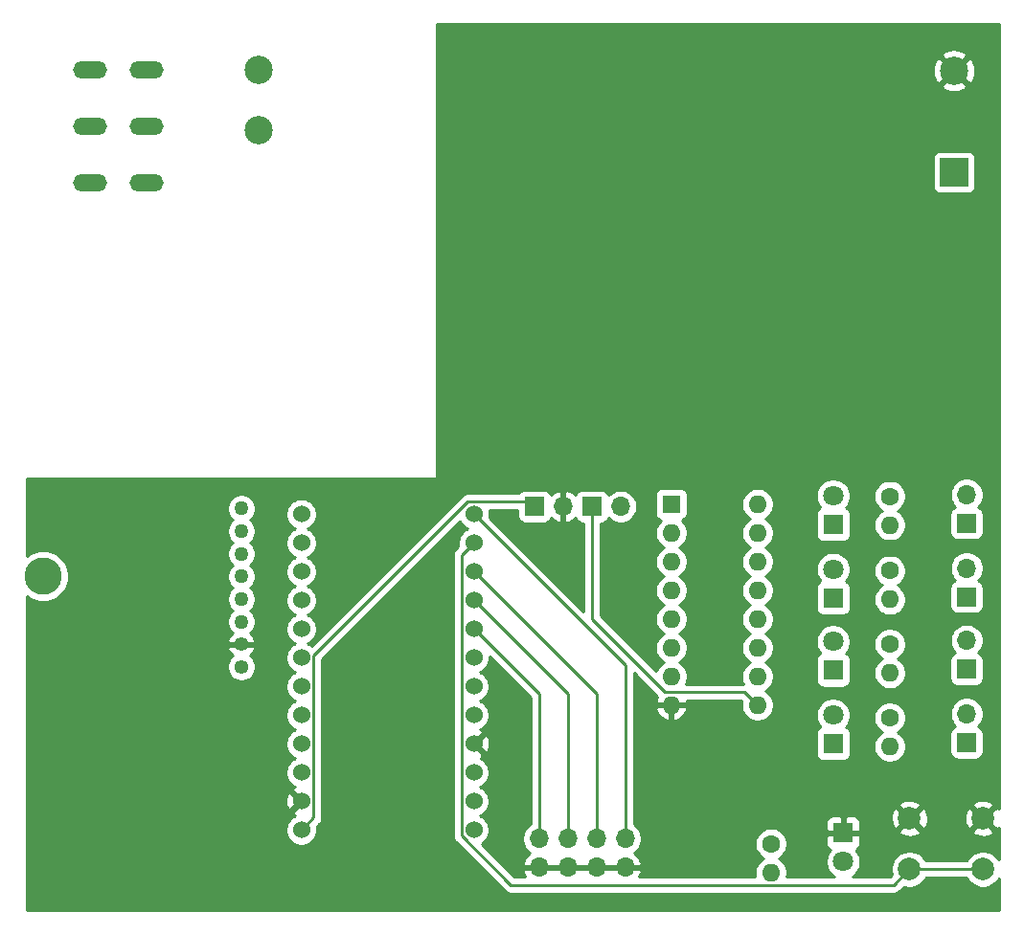
<source format=gbr>
%TF.GenerationSoftware,KiCad,Pcbnew,(5.1.9)-1*%
%TF.CreationDate,2021-02-28T02:51:40+01:00*%
%TF.ProjectId,HB-Uni-SenDose-4,48422d55-6e69-42d5-9365-6e446f73652d,rev?*%
%TF.SameCoordinates,Original*%
%TF.FileFunction,Copper,L2,Bot*%
%TF.FilePolarity,Positive*%
%FSLAX46Y46*%
G04 Gerber Fmt 4.6, Leading zero omitted, Abs format (unit mm)*
G04 Created by KiCad (PCBNEW (5.1.9)-1) date 2021-02-28 02:51:40*
%MOMM*%
%LPD*%
G01*
G04 APERTURE LIST*
%TA.AperFunction,ComponentPad*%
%ADD10O,1.700000X1.700000*%
%TD*%
%TA.AperFunction,ComponentPad*%
%ADD11R,1.700000X1.700000*%
%TD*%
%TA.AperFunction,ComponentPad*%
%ADD12C,2.500000*%
%TD*%
%TA.AperFunction,ComponentPad*%
%ADD13R,2.500000X2.500000*%
%TD*%
%TA.AperFunction,ComponentPad*%
%ADD14O,1.600000X1.600000*%
%TD*%
%TA.AperFunction,ComponentPad*%
%ADD15R,1.600000X1.600000*%
%TD*%
%TA.AperFunction,ComponentPad*%
%ADD16O,3.000000X1.500000*%
%TD*%
%TA.AperFunction,ComponentPad*%
%ADD17O,1.270000X1.270000*%
%TD*%
%TA.AperFunction,ComponentPad*%
%ADD18C,1.270000*%
%TD*%
%TA.AperFunction,WasherPad*%
%ADD19C,3.300000*%
%TD*%
%TA.AperFunction,ComponentPad*%
%ADD20C,1.524000*%
%TD*%
%TA.AperFunction,ComponentPad*%
%ADD21C,2.000000*%
%TD*%
%TA.AperFunction,ComponentPad*%
%ADD22C,1.600000*%
%TD*%
%TA.AperFunction,ComponentPad*%
%ADD23C,1.800000*%
%TD*%
%TA.AperFunction,ComponentPad*%
%ADD24R,1.800000X1.800000*%
%TD*%
%TA.AperFunction,Conductor*%
%ADD25C,0.250000*%
%TD*%
%TA.AperFunction,Conductor*%
%ADD26C,0.254000*%
%TD*%
%TA.AperFunction,Conductor*%
%ADD27C,0.100000*%
%TD*%
G04 APERTURE END LIST*
D10*
%TO.P,Pump4,2*%
%TO.N,/Pump4*%
X164700000Y-110960000D03*
D11*
%TO.P,Pump4,1*%
%TO.N,/+12V*%
X164700000Y-113500000D03*
%TD*%
D10*
%TO.P,Pump3,2*%
%TO.N,/Pump3*%
X164700000Y-104460000D03*
D11*
%TO.P,Pump3,1*%
%TO.N,/+12V*%
X164700000Y-107000000D03*
%TD*%
D10*
%TO.P,Pump2,2*%
%TO.N,/Pump2*%
X164700000Y-98060000D03*
D11*
%TO.P,Pump2,1*%
%TO.N,/+12V*%
X164700000Y-100600000D03*
%TD*%
D10*
%TO.P,Pump1,2*%
%TO.N,/Pump1*%
X164700000Y-91560000D03*
D11*
%TO.P,Pump1,1*%
%TO.N,/+12V*%
X164700000Y-94100000D03*
%TD*%
D12*
%TO.P,PS1,4*%
%TO.N,Net-(PS1-Pad1)*%
X102100000Y-53950000D03*
D13*
%TO.P,PS1,1*%
%TO.N,/+12V*%
X163600000Y-63050000D03*
D12*
%TO.P,PS1,3*%
%TO.N,Net-(PS1-Pad2)*%
X102100000Y-59350000D03*
%TO.P,PS1,2*%
%TO.N,GND*%
X163600000Y-54050000D03*
%TD*%
D14*
%TO.P,U3,16*%
%TO.N,/Pump1*%
X146220000Y-92400000D03*
%TO.P,U3,8*%
%TO.N,GND*%
X138600000Y-110180000D03*
%TO.P,U3,15*%
%TO.N,/Pump2*%
X146220000Y-94940000D03*
%TO.P,U3,7*%
%TO.N,Net-(U3-Pad7)*%
X138600000Y-107640000D03*
%TO.P,U3,14*%
%TO.N,/Pump3*%
X146220000Y-97480000D03*
%TO.P,U3,6*%
%TO.N,Net-(U3-Pad6)*%
X138600000Y-105100000D03*
%TO.P,U3,13*%
%TO.N,/Pump4*%
X146220000Y-100020000D03*
%TO.P,U3,5*%
%TO.N,Net-(U3-Pad5)*%
X138600000Y-102560000D03*
%TO.P,U3,12*%
%TO.N,Net-(U3-Pad12)*%
X146220000Y-102560000D03*
%TO.P,U3,4*%
%TO.N,/A3*%
X138600000Y-100020000D03*
%TO.P,U3,11*%
%TO.N,Net-(U3-Pad11)*%
X146220000Y-105100000D03*
%TO.P,U3,3*%
%TO.N,/A2*%
X138600000Y-97480000D03*
%TO.P,U3,10*%
%TO.N,Net-(U3-Pad10)*%
X146220000Y-107640000D03*
%TO.P,U3,2*%
%TO.N,/A1*%
X138600000Y-94940000D03*
%TO.P,U3,9*%
%TO.N,/+12V*%
X146220000Y-110180000D03*
D15*
%TO.P,U3,1*%
%TO.N,/A0*%
X138600000Y-92400000D03*
%TD*%
D16*
%TO.P,X1,3*%
%TO.N,N/C*%
X87250000Y-64000000D03*
X92250000Y-64000000D03*
%TO.P,X1,2*%
%TO.N,Net-(PS1-Pad2)*%
X87250000Y-59000000D03*
X92250000Y-59000000D03*
%TO.P,X1,1*%
%TO.N,Net-(PS1-Pad1)*%
X87250000Y-54000000D03*
X92250000Y-54000000D03*
%TD*%
D17*
%TO.P,U2,1*%
%TO.N,/VCC*%
X100600000Y-106800000D03*
%TO.P,U2,2*%
%TO.N,GND*%
X100600000Y-104800000D03*
D18*
%TO.P,U2,3*%
%TO.N,/13*%
X100600000Y-102800000D03*
%TO.P,U2,4*%
%TO.N,/12*%
X100600000Y-100800000D03*
%TO.P,U2,5*%
%TO.N,/11*%
X100600000Y-98800000D03*
%TO.P,U2,6*%
%TO.N,Net-(U2-Pad6)*%
X100600000Y-96800000D03*
%TO.P,U2,7*%
%TO.N,/2*%
X100600000Y-94800000D03*
%TO.P,U2,8*%
%TO.N,/10*%
X100600000Y-92800000D03*
D19*
%TO.P,U2,*%
%TO.N,*%
X83074000Y-98784000D03*
%TD*%
D20*
%TO.P,U1,TXD*%
%TO.N,Net-(U1-PadTXD)*%
X121140000Y-121220000D03*
%TO.P,U1,RXD*%
%TO.N,Net-(U1-PadRXD)*%
X121140000Y-118680000D03*
%TO.P,U1,RST*%
%TO.N,Net-(U1-PadRST)*%
X121140000Y-116140000D03*
%TO.P,U1,GND*%
%TO.N,GND*%
X121140000Y-113600000D03*
%TO.P,U1,2*%
%TO.N,/2*%
X121140000Y-111060000D03*
%TO.P,U1,3*%
%TO.N,Net-(U1-Pad3)*%
X121140000Y-108520000D03*
%TO.P,U1,4*%
%TO.N,/4*%
X121140000Y-105980000D03*
%TO.P,U1,5*%
%TO.N,/5*%
X121140000Y-103440000D03*
%TO.P,U1,6*%
%TO.N,/6*%
X121140000Y-100900000D03*
%TO.P,U1,7*%
%TO.N,/7*%
X121140000Y-98360000D03*
%TO.P,U1,8*%
%TO.N,/8*%
X121140000Y-95820000D03*
%TO.P,U1,9*%
%TO.N,/9*%
X121140000Y-93280000D03*
%TO.P,U1,10*%
%TO.N,/10*%
X105900000Y-93280000D03*
%TO.P,U1,11*%
%TO.N,/11*%
X105900000Y-95820000D03*
%TO.P,U1,12*%
%TO.N,/12*%
X105900000Y-98360000D03*
%TO.P,U1,13*%
%TO.N,/13*%
X105900000Y-100900000D03*
%TO.P,U1,A0*%
%TO.N,/A0*%
X105900000Y-103440000D03*
%TO.P,U1,A1*%
%TO.N,/A1*%
X105900000Y-105980000D03*
%TO.P,U1,A2*%
%TO.N,/A2*%
X105900000Y-108520000D03*
%TO.P,U1,A3*%
%TO.N,/A3*%
X105900000Y-111060000D03*
%TO.P,U1,VCC*%
%TO.N,/VCC*%
X105900000Y-113600000D03*
%TO.P,U1,RST*%
%TO.N,Net-(U1-PadRST)*%
X105900000Y-116140000D03*
%TO.P,U1,GND*%
%TO.N,GND*%
X105900000Y-118680000D03*
%TO.P,U1,RAW*%
%TO.N,/+5V*%
X105900000Y-121220000D03*
%TD*%
D21*
%TO.P,SW1,1*%
%TO.N,/8*%
X159650000Y-124700000D03*
%TO.P,SW1,2*%
%TO.N,GND*%
X159650000Y-120200000D03*
%TO.P,SW1,1*%
%TO.N,/8*%
X166150000Y-124700000D03*
%TO.P,SW1,2*%
%TO.N,GND*%
X166150000Y-120200000D03*
%TD*%
D14*
%TO.P,R9,2*%
%TO.N,/4*%
X147400000Y-124990000D03*
D22*
%TO.P,R9,1*%
%TO.N,Net-(D5-Pad2)*%
X147400000Y-122450000D03*
%TD*%
D14*
%TO.P,R7,2*%
%TO.N,/+12V*%
X157900000Y-113840000D03*
D22*
%TO.P,R7,1*%
%TO.N,Net-(D4-Pad2)*%
X157900000Y-111300000D03*
%TD*%
D14*
%TO.P,R5,2*%
%TO.N,/+12V*%
X157900000Y-107340000D03*
D22*
%TO.P,R5,1*%
%TO.N,Net-(D3-Pad2)*%
X157900000Y-104800000D03*
%TD*%
D14*
%TO.P,R3,2*%
%TO.N,/+12V*%
X157900000Y-100840000D03*
D22*
%TO.P,R3,1*%
%TO.N,Net-(D2-Pad2)*%
X157900000Y-98300000D03*
%TD*%
D14*
%TO.P,R1,2*%
%TO.N,/+12V*%
X157900000Y-94240000D03*
D22*
%TO.P,R1,1*%
%TO.N,Net-(D1-Pad2)*%
X157900000Y-91700000D03*
%TD*%
D10*
%TO.P,J6,8*%
%TO.N,GND*%
X134520000Y-124540000D03*
%TO.P,J6,7*%
%TO.N,/9*%
X134520000Y-122000000D03*
%TO.P,J6,6*%
%TO.N,GND*%
X131980000Y-124540000D03*
%TO.P,J6,5*%
%TO.N,/7*%
X131980000Y-122000000D03*
%TO.P,J6,4*%
%TO.N,GND*%
X129440000Y-124540000D03*
%TO.P,J6,3*%
%TO.N,/6*%
X129440000Y-122000000D03*
%TO.P,J6,2*%
%TO.N,GND*%
X126900000Y-124540000D03*
%TO.P,J6,1*%
%TO.N,/5*%
X126900000Y-122000000D03*
%TD*%
%TO.P,J1,4*%
%TO.N,Net-(J1-Pad4)*%
X134120000Y-92600000D03*
D11*
%TO.P,J1,3*%
%TO.N,/+12V*%
X131580000Y-92600000D03*
D10*
%TO.P,J1,2*%
%TO.N,GND*%
X129040000Y-92600000D03*
D11*
%TO.P,J1,1*%
%TO.N,/+5V*%
X126500000Y-92600000D03*
%TD*%
D23*
%TO.P,D5,2*%
%TO.N,Net-(D5-Pad2)*%
X153800000Y-124040000D03*
D24*
%TO.P,D5,1*%
%TO.N,GND*%
X153800000Y-121500000D03*
%TD*%
D23*
%TO.P,D4,2*%
%TO.N,Net-(D4-Pad2)*%
X152900000Y-111060000D03*
D24*
%TO.P,D4,1*%
%TO.N,/Pump4*%
X152900000Y-113600000D03*
%TD*%
D23*
%TO.P,D3,2*%
%TO.N,Net-(D3-Pad2)*%
X152900000Y-104560000D03*
D24*
%TO.P,D3,1*%
%TO.N,/Pump3*%
X152900000Y-107100000D03*
%TD*%
D23*
%TO.P,D2,2*%
%TO.N,Net-(D2-Pad2)*%
X152900000Y-98160000D03*
D24*
%TO.P,D2,1*%
%TO.N,/Pump2*%
X152900000Y-100700000D03*
%TD*%
D23*
%TO.P,D1,2*%
%TO.N,Net-(D1-Pad2)*%
X152900000Y-91660000D03*
D24*
%TO.P,D1,1*%
%TO.N,/Pump1*%
X152900000Y-94200000D03*
%TD*%
D25*
%TO.N,/9*%
X134520000Y-106660000D02*
X134520000Y-122000000D01*
X121140000Y-93280000D02*
X134520000Y-106660000D01*
%TO.N,/7*%
X131980000Y-109200000D02*
X131980000Y-122000000D01*
X121140000Y-98360000D02*
X131980000Y-109200000D01*
%TO.N,/6*%
X129440000Y-109200000D02*
X129440000Y-122000000D01*
X121140000Y-100900000D02*
X129440000Y-109200000D01*
%TO.N,/5*%
X126900000Y-109200000D02*
X126900000Y-122000000D01*
X121140000Y-103440000D02*
X126900000Y-109200000D01*
%TO.N,/8*%
X158234999Y-126115001D02*
X159650000Y-124700000D01*
X124426239Y-126115001D02*
X158234999Y-126115001D01*
X120052999Y-121741761D02*
X124426239Y-126115001D01*
X120052999Y-96907001D02*
X120052999Y-121741761D01*
X121140000Y-95820000D02*
X120052999Y-96907001D01*
X159650000Y-124700000D02*
X166150000Y-124700000D01*
%TO.N,/+12V*%
X145094999Y-109054999D02*
X146220000Y-110180000D01*
X138059999Y-109054999D02*
X145094999Y-109054999D01*
X131580000Y-102575000D02*
X138059999Y-109054999D01*
X131580000Y-92600000D02*
X131580000Y-102575000D01*
%TO.N,/+5V*%
X106987001Y-120132999D02*
X105900000Y-121220000D01*
X120618239Y-92192999D02*
X106987001Y-105824237D01*
X106987001Y-105824237D02*
X106987001Y-120132999D01*
X126092999Y-92192999D02*
X120618239Y-92192999D01*
X126500000Y-92600000D02*
X126092999Y-92192999D01*
%TD*%
D26*
%TO.N,GND*%
X167540000Y-119336401D02*
X167285413Y-119244192D01*
X166329605Y-120200000D01*
X167285413Y-121155808D01*
X167540000Y-121063599D01*
X167540000Y-123837360D01*
X167419987Y-123657748D01*
X167192252Y-123430013D01*
X166924463Y-123251082D01*
X166626912Y-123127832D01*
X166311033Y-123065000D01*
X165988967Y-123065000D01*
X165673088Y-123127832D01*
X165375537Y-123251082D01*
X165107748Y-123430013D01*
X164880013Y-123657748D01*
X164701082Y-123925537D01*
X164695091Y-123940000D01*
X161104909Y-123940000D01*
X161098918Y-123925537D01*
X160919987Y-123657748D01*
X160692252Y-123430013D01*
X160424463Y-123251082D01*
X160126912Y-123127832D01*
X159811033Y-123065000D01*
X159488967Y-123065000D01*
X159173088Y-123127832D01*
X158875537Y-123251082D01*
X158607748Y-123430013D01*
X158380013Y-123657748D01*
X158201082Y-123925537D01*
X158077832Y-124223088D01*
X158015000Y-124538967D01*
X158015000Y-124861033D01*
X158077832Y-125176912D01*
X158083823Y-125191376D01*
X157920198Y-125355001D01*
X154594888Y-125355001D01*
X154778505Y-125232312D01*
X154992312Y-125018505D01*
X155160299Y-124767095D01*
X155276011Y-124487743D01*
X155335000Y-124191184D01*
X155335000Y-123888816D01*
X155276011Y-123592257D01*
X155160299Y-123312905D01*
X154992312Y-123061495D01*
X154925873Y-122995056D01*
X154944180Y-122989502D01*
X155054494Y-122930537D01*
X155151185Y-122851185D01*
X155230537Y-122754494D01*
X155289502Y-122644180D01*
X155325812Y-122524482D01*
X155338072Y-122400000D01*
X155335000Y-121785750D01*
X155176250Y-121627000D01*
X153927000Y-121627000D01*
X153927000Y-121647000D01*
X153673000Y-121647000D01*
X153673000Y-121627000D01*
X152423750Y-121627000D01*
X152265000Y-121785750D01*
X152261928Y-122400000D01*
X152274188Y-122524482D01*
X152310498Y-122644180D01*
X152369463Y-122754494D01*
X152448815Y-122851185D01*
X152545506Y-122930537D01*
X152655820Y-122989502D01*
X152674127Y-122995056D01*
X152607688Y-123061495D01*
X152439701Y-123312905D01*
X152323989Y-123592257D01*
X152265000Y-123888816D01*
X152265000Y-124191184D01*
X152323989Y-124487743D01*
X152439701Y-124767095D01*
X152607688Y-125018505D01*
X152821495Y-125232312D01*
X153005112Y-125355001D01*
X148790509Y-125355001D01*
X148835000Y-125131335D01*
X148835000Y-124848665D01*
X148779853Y-124571426D01*
X148671680Y-124310273D01*
X148514637Y-124075241D01*
X148314759Y-123875363D01*
X148082241Y-123720000D01*
X148314759Y-123564637D01*
X148514637Y-123364759D01*
X148671680Y-123129727D01*
X148779853Y-122868574D01*
X148835000Y-122591335D01*
X148835000Y-122308665D01*
X148779853Y-122031426D01*
X148671680Y-121770273D01*
X148514637Y-121535241D01*
X148314759Y-121335363D01*
X148079727Y-121178320D01*
X147818574Y-121070147D01*
X147541335Y-121015000D01*
X147258665Y-121015000D01*
X146981426Y-121070147D01*
X146720273Y-121178320D01*
X146485241Y-121335363D01*
X146285363Y-121535241D01*
X146128320Y-121770273D01*
X146020147Y-122031426D01*
X145965000Y-122308665D01*
X145965000Y-122591335D01*
X146020147Y-122868574D01*
X146128320Y-123129727D01*
X146285363Y-123364759D01*
X146485241Y-123564637D01*
X146717759Y-123720000D01*
X146485241Y-123875363D01*
X146285363Y-124075241D01*
X146128320Y-124310273D01*
X146020147Y-124571426D01*
X145965000Y-124848665D01*
X145965000Y-125131335D01*
X146009491Y-125355001D01*
X135754703Y-125355001D01*
X135864157Y-125171252D01*
X135961481Y-124896891D01*
X135840814Y-124667000D01*
X134647000Y-124667000D01*
X134647000Y-124687000D01*
X134393000Y-124687000D01*
X134393000Y-124667000D01*
X132107000Y-124667000D01*
X132107000Y-124687000D01*
X131853000Y-124687000D01*
X131853000Y-124667000D01*
X129567000Y-124667000D01*
X129567000Y-124687000D01*
X129313000Y-124687000D01*
X129313000Y-124667000D01*
X127027000Y-124667000D01*
X127027000Y-124687000D01*
X126773000Y-124687000D01*
X126773000Y-124667000D01*
X125579186Y-124667000D01*
X125458519Y-124896891D01*
X125555843Y-125171252D01*
X125665297Y-125355001D01*
X124741041Y-125355001D01*
X121827094Y-122441055D01*
X122030535Y-122305120D01*
X122225120Y-122110535D01*
X122378005Y-121881727D01*
X122483314Y-121627490D01*
X122537000Y-121357592D01*
X122537000Y-121082408D01*
X122483314Y-120812510D01*
X122378005Y-120558273D01*
X122225120Y-120329465D01*
X122030535Y-120134880D01*
X121801727Y-119981995D01*
X121724485Y-119950000D01*
X121801727Y-119918005D01*
X122030535Y-119765120D01*
X122225120Y-119570535D01*
X122378005Y-119341727D01*
X122483314Y-119087490D01*
X122537000Y-118817592D01*
X122537000Y-118542408D01*
X122483314Y-118272510D01*
X122378005Y-118018273D01*
X122225120Y-117789465D01*
X122030535Y-117594880D01*
X121801727Y-117441995D01*
X121724485Y-117410000D01*
X121801727Y-117378005D01*
X122030535Y-117225120D01*
X122225120Y-117030535D01*
X122378005Y-116801727D01*
X122483314Y-116547490D01*
X122537000Y-116277592D01*
X122537000Y-116002408D01*
X122483314Y-115732510D01*
X122378005Y-115478273D01*
X122225120Y-115249465D01*
X122030535Y-115054880D01*
X121801727Y-114901995D01*
X121730057Y-114872308D01*
X121743023Y-114867636D01*
X121858980Y-114805656D01*
X121925960Y-114565565D01*
X121140000Y-113779605D01*
X121125858Y-113793748D01*
X120946253Y-113614143D01*
X120960395Y-113600000D01*
X121319605Y-113600000D01*
X122105565Y-114385960D01*
X122345656Y-114318980D01*
X122462756Y-114069952D01*
X122529023Y-113802865D01*
X122541910Y-113527983D01*
X122500922Y-113255867D01*
X122407636Y-112996977D01*
X122345656Y-112881020D01*
X122105565Y-112814040D01*
X121319605Y-113600000D01*
X120960395Y-113600000D01*
X120946253Y-113585858D01*
X121125858Y-113406253D01*
X121140000Y-113420395D01*
X121925960Y-112634435D01*
X121858980Y-112394344D01*
X121723240Y-112330515D01*
X121801727Y-112298005D01*
X122030535Y-112145120D01*
X122225120Y-111950535D01*
X122378005Y-111721727D01*
X122483314Y-111467490D01*
X122537000Y-111197592D01*
X122537000Y-110922408D01*
X122483314Y-110652510D01*
X122378005Y-110398273D01*
X122225120Y-110169465D01*
X122030535Y-109974880D01*
X121801727Y-109821995D01*
X121724485Y-109790000D01*
X121801727Y-109758005D01*
X122030535Y-109605120D01*
X122225120Y-109410535D01*
X122378005Y-109181727D01*
X122483314Y-108927490D01*
X122537000Y-108657592D01*
X122537000Y-108382408D01*
X122483314Y-108112510D01*
X122378005Y-107858273D01*
X122225120Y-107629465D01*
X122030535Y-107434880D01*
X121801727Y-107281995D01*
X121724485Y-107250000D01*
X121801727Y-107218005D01*
X122030535Y-107065120D01*
X122225120Y-106870535D01*
X122378005Y-106641727D01*
X122483314Y-106387490D01*
X122537000Y-106117592D01*
X122537000Y-105911801D01*
X126140000Y-109514802D01*
X126140001Y-120721821D01*
X125953368Y-120846525D01*
X125746525Y-121053368D01*
X125584010Y-121296589D01*
X125472068Y-121566842D01*
X125415000Y-121853740D01*
X125415000Y-122146260D01*
X125472068Y-122433158D01*
X125584010Y-122703411D01*
X125746525Y-122946632D01*
X125953368Y-123153475D01*
X126129406Y-123271100D01*
X125899731Y-123442412D01*
X125704822Y-123658645D01*
X125555843Y-123908748D01*
X125458519Y-124183109D01*
X125579186Y-124413000D01*
X126773000Y-124413000D01*
X126773000Y-124393000D01*
X127027000Y-124393000D01*
X127027000Y-124413000D01*
X129313000Y-124413000D01*
X129313000Y-124393000D01*
X129567000Y-124393000D01*
X129567000Y-124413000D01*
X131853000Y-124413000D01*
X131853000Y-124393000D01*
X132107000Y-124393000D01*
X132107000Y-124413000D01*
X134393000Y-124413000D01*
X134393000Y-124393000D01*
X134647000Y-124393000D01*
X134647000Y-124413000D01*
X135840814Y-124413000D01*
X135961481Y-124183109D01*
X135864157Y-123908748D01*
X135715178Y-123658645D01*
X135520269Y-123442412D01*
X135290594Y-123271100D01*
X135466632Y-123153475D01*
X135673475Y-122946632D01*
X135835990Y-122703411D01*
X135947932Y-122433158D01*
X136005000Y-122146260D01*
X136005000Y-121853740D01*
X135947932Y-121566842D01*
X135835990Y-121296589D01*
X135673475Y-121053368D01*
X135466632Y-120846525D01*
X135280000Y-120721822D01*
X135280000Y-120600000D01*
X152261928Y-120600000D01*
X152265000Y-121214250D01*
X152423750Y-121373000D01*
X153673000Y-121373000D01*
X153673000Y-120123750D01*
X153927000Y-120123750D01*
X153927000Y-121373000D01*
X155176250Y-121373000D01*
X155213837Y-121335413D01*
X158694192Y-121335413D01*
X158789956Y-121599814D01*
X159079571Y-121740704D01*
X159391108Y-121822384D01*
X159712595Y-121841718D01*
X160031675Y-121797961D01*
X160336088Y-121692795D01*
X160510044Y-121599814D01*
X160605808Y-121335413D01*
X165194192Y-121335413D01*
X165289956Y-121599814D01*
X165579571Y-121740704D01*
X165891108Y-121822384D01*
X166212595Y-121841718D01*
X166531675Y-121797961D01*
X166836088Y-121692795D01*
X167010044Y-121599814D01*
X167105808Y-121335413D01*
X166150000Y-120379605D01*
X165194192Y-121335413D01*
X160605808Y-121335413D01*
X159650000Y-120379605D01*
X158694192Y-121335413D01*
X155213837Y-121335413D01*
X155335000Y-121214250D01*
X155338072Y-120600000D01*
X155325812Y-120475518D01*
X155289502Y-120355820D01*
X155239672Y-120262595D01*
X158008282Y-120262595D01*
X158052039Y-120581675D01*
X158157205Y-120886088D01*
X158250186Y-121060044D01*
X158514587Y-121155808D01*
X159470395Y-120200000D01*
X159829605Y-120200000D01*
X160785413Y-121155808D01*
X161049814Y-121060044D01*
X161190704Y-120770429D01*
X161272384Y-120458892D01*
X161284189Y-120262595D01*
X164508282Y-120262595D01*
X164552039Y-120581675D01*
X164657205Y-120886088D01*
X164750186Y-121060044D01*
X165014587Y-121155808D01*
X165970395Y-120200000D01*
X165014587Y-119244192D01*
X164750186Y-119339956D01*
X164609296Y-119629571D01*
X164527616Y-119941108D01*
X164508282Y-120262595D01*
X161284189Y-120262595D01*
X161291718Y-120137405D01*
X161247961Y-119818325D01*
X161142795Y-119513912D01*
X161049814Y-119339956D01*
X160785413Y-119244192D01*
X159829605Y-120200000D01*
X159470395Y-120200000D01*
X158514587Y-119244192D01*
X158250186Y-119339956D01*
X158109296Y-119629571D01*
X158027616Y-119941108D01*
X158008282Y-120262595D01*
X155239672Y-120262595D01*
X155230537Y-120245506D01*
X155151185Y-120148815D01*
X155054494Y-120069463D01*
X154944180Y-120010498D01*
X154824482Y-119974188D01*
X154700000Y-119961928D01*
X154085750Y-119965000D01*
X153927000Y-120123750D01*
X153673000Y-120123750D01*
X153514250Y-119965000D01*
X152900000Y-119961928D01*
X152775518Y-119974188D01*
X152655820Y-120010498D01*
X152545506Y-120069463D01*
X152448815Y-120148815D01*
X152369463Y-120245506D01*
X152310498Y-120355820D01*
X152274188Y-120475518D01*
X152261928Y-120600000D01*
X135280000Y-120600000D01*
X135280000Y-119064587D01*
X158694192Y-119064587D01*
X159650000Y-120020395D01*
X160605808Y-119064587D01*
X165194192Y-119064587D01*
X166150000Y-120020395D01*
X167105808Y-119064587D01*
X167010044Y-118800186D01*
X166720429Y-118659296D01*
X166408892Y-118577616D01*
X166087405Y-118558282D01*
X165768325Y-118602039D01*
X165463912Y-118707205D01*
X165289956Y-118800186D01*
X165194192Y-119064587D01*
X160605808Y-119064587D01*
X160510044Y-118800186D01*
X160220429Y-118659296D01*
X159908892Y-118577616D01*
X159587405Y-118558282D01*
X159268325Y-118602039D01*
X158963912Y-118707205D01*
X158789956Y-118800186D01*
X158694192Y-119064587D01*
X135280000Y-119064587D01*
X135280000Y-112700000D01*
X151361928Y-112700000D01*
X151361928Y-114500000D01*
X151374188Y-114624482D01*
X151410498Y-114744180D01*
X151469463Y-114854494D01*
X151548815Y-114951185D01*
X151645506Y-115030537D01*
X151755820Y-115089502D01*
X151875518Y-115125812D01*
X152000000Y-115138072D01*
X153800000Y-115138072D01*
X153924482Y-115125812D01*
X154044180Y-115089502D01*
X154154494Y-115030537D01*
X154251185Y-114951185D01*
X154330537Y-114854494D01*
X154389502Y-114744180D01*
X154425812Y-114624482D01*
X154438072Y-114500000D01*
X154438072Y-112700000D01*
X154425812Y-112575518D01*
X154389502Y-112455820D01*
X154330537Y-112345506D01*
X154251185Y-112248815D01*
X154154494Y-112169463D01*
X154044180Y-112110498D01*
X154025873Y-112104944D01*
X154092312Y-112038505D01*
X154260299Y-111787095D01*
X154376011Y-111507743D01*
X154435000Y-111211184D01*
X154435000Y-111158665D01*
X156465000Y-111158665D01*
X156465000Y-111441335D01*
X156520147Y-111718574D01*
X156628320Y-111979727D01*
X156785363Y-112214759D01*
X156985241Y-112414637D01*
X157217759Y-112570000D01*
X156985241Y-112725363D01*
X156785363Y-112925241D01*
X156628320Y-113160273D01*
X156520147Y-113421426D01*
X156465000Y-113698665D01*
X156465000Y-113981335D01*
X156520147Y-114258574D01*
X156628320Y-114519727D01*
X156785363Y-114754759D01*
X156985241Y-114954637D01*
X157220273Y-115111680D01*
X157481426Y-115219853D01*
X157758665Y-115275000D01*
X158041335Y-115275000D01*
X158318574Y-115219853D01*
X158579727Y-115111680D01*
X158814759Y-114954637D01*
X159014637Y-114754759D01*
X159171680Y-114519727D01*
X159279853Y-114258574D01*
X159335000Y-113981335D01*
X159335000Y-113698665D01*
X159279853Y-113421426D01*
X159171680Y-113160273D01*
X159014637Y-112925241D01*
X158814759Y-112725363D01*
X158701970Y-112650000D01*
X163211928Y-112650000D01*
X163211928Y-114350000D01*
X163224188Y-114474482D01*
X163260498Y-114594180D01*
X163319463Y-114704494D01*
X163398815Y-114801185D01*
X163495506Y-114880537D01*
X163605820Y-114939502D01*
X163725518Y-114975812D01*
X163850000Y-114988072D01*
X165550000Y-114988072D01*
X165674482Y-114975812D01*
X165794180Y-114939502D01*
X165904494Y-114880537D01*
X166001185Y-114801185D01*
X166080537Y-114704494D01*
X166139502Y-114594180D01*
X166175812Y-114474482D01*
X166188072Y-114350000D01*
X166188072Y-112650000D01*
X166175812Y-112525518D01*
X166139502Y-112405820D01*
X166080537Y-112295506D01*
X166001185Y-112198815D01*
X165904494Y-112119463D01*
X165794180Y-112060498D01*
X165721620Y-112038487D01*
X165853475Y-111906632D01*
X166015990Y-111663411D01*
X166127932Y-111393158D01*
X166185000Y-111106260D01*
X166185000Y-110813740D01*
X166127932Y-110526842D01*
X166015990Y-110256589D01*
X165853475Y-110013368D01*
X165646632Y-109806525D01*
X165403411Y-109644010D01*
X165133158Y-109532068D01*
X164846260Y-109475000D01*
X164553740Y-109475000D01*
X164266842Y-109532068D01*
X163996589Y-109644010D01*
X163753368Y-109806525D01*
X163546525Y-110013368D01*
X163384010Y-110256589D01*
X163272068Y-110526842D01*
X163215000Y-110813740D01*
X163215000Y-111106260D01*
X163272068Y-111393158D01*
X163384010Y-111663411D01*
X163546525Y-111906632D01*
X163678380Y-112038487D01*
X163605820Y-112060498D01*
X163495506Y-112119463D01*
X163398815Y-112198815D01*
X163319463Y-112295506D01*
X163260498Y-112405820D01*
X163224188Y-112525518D01*
X163211928Y-112650000D01*
X158701970Y-112650000D01*
X158582241Y-112570000D01*
X158814759Y-112414637D01*
X159014637Y-112214759D01*
X159171680Y-111979727D01*
X159279853Y-111718574D01*
X159335000Y-111441335D01*
X159335000Y-111158665D01*
X159279853Y-110881426D01*
X159171680Y-110620273D01*
X159014637Y-110385241D01*
X158814759Y-110185363D01*
X158579727Y-110028320D01*
X158318574Y-109920147D01*
X158041335Y-109865000D01*
X157758665Y-109865000D01*
X157481426Y-109920147D01*
X157220273Y-110028320D01*
X156985241Y-110185363D01*
X156785363Y-110385241D01*
X156628320Y-110620273D01*
X156520147Y-110881426D01*
X156465000Y-111158665D01*
X154435000Y-111158665D01*
X154435000Y-110908816D01*
X154376011Y-110612257D01*
X154260299Y-110332905D01*
X154092312Y-110081495D01*
X153878505Y-109867688D01*
X153627095Y-109699701D01*
X153347743Y-109583989D01*
X153051184Y-109525000D01*
X152748816Y-109525000D01*
X152452257Y-109583989D01*
X152172905Y-109699701D01*
X151921495Y-109867688D01*
X151707688Y-110081495D01*
X151539701Y-110332905D01*
X151423989Y-110612257D01*
X151365000Y-110908816D01*
X151365000Y-111211184D01*
X151423989Y-111507743D01*
X151539701Y-111787095D01*
X151707688Y-112038505D01*
X151774127Y-112104944D01*
X151755820Y-112110498D01*
X151645506Y-112169463D01*
X151548815Y-112248815D01*
X151469463Y-112345506D01*
X151410498Y-112455820D01*
X151374188Y-112575518D01*
X151361928Y-112700000D01*
X135280000Y-112700000D01*
X135280000Y-110529039D01*
X137208096Y-110529039D01*
X137248754Y-110663087D01*
X137368963Y-110917420D01*
X137536481Y-111143414D01*
X137744869Y-111332385D01*
X137986119Y-111477070D01*
X138250960Y-111571909D01*
X138473000Y-111450624D01*
X138473000Y-110307000D01*
X138727000Y-110307000D01*
X138727000Y-111450624D01*
X138949040Y-111571909D01*
X139213881Y-111477070D01*
X139455131Y-111332385D01*
X139663519Y-111143414D01*
X139831037Y-110917420D01*
X139951246Y-110663087D01*
X139991904Y-110529039D01*
X139869915Y-110307000D01*
X138727000Y-110307000D01*
X138473000Y-110307000D01*
X137330085Y-110307000D01*
X137208096Y-110529039D01*
X135280000Y-110529039D01*
X135280000Y-107349802D01*
X137370587Y-109440390D01*
X137368963Y-109442580D01*
X137248754Y-109696913D01*
X137208096Y-109830961D01*
X137330085Y-110053000D01*
X138473000Y-110053000D01*
X138473000Y-110033000D01*
X138727000Y-110033000D01*
X138727000Y-110053000D01*
X139869915Y-110053000D01*
X139991904Y-109830961D01*
X139987063Y-109814999D01*
X144780198Y-109814999D01*
X144821312Y-109856113D01*
X144785000Y-110038665D01*
X144785000Y-110321335D01*
X144840147Y-110598574D01*
X144948320Y-110859727D01*
X145105363Y-111094759D01*
X145305241Y-111294637D01*
X145540273Y-111451680D01*
X145801426Y-111559853D01*
X146078665Y-111615000D01*
X146361335Y-111615000D01*
X146638574Y-111559853D01*
X146899727Y-111451680D01*
X147134759Y-111294637D01*
X147334637Y-111094759D01*
X147491680Y-110859727D01*
X147599853Y-110598574D01*
X147655000Y-110321335D01*
X147655000Y-110038665D01*
X147599853Y-109761426D01*
X147491680Y-109500273D01*
X147334637Y-109265241D01*
X147134759Y-109065363D01*
X146902241Y-108910000D01*
X147134759Y-108754637D01*
X147334637Y-108554759D01*
X147491680Y-108319727D01*
X147599853Y-108058574D01*
X147655000Y-107781335D01*
X147655000Y-107498665D01*
X147599853Y-107221426D01*
X147491680Y-106960273D01*
X147334637Y-106725241D01*
X147134759Y-106525363D01*
X146902241Y-106370000D01*
X147134759Y-106214637D01*
X147149396Y-106200000D01*
X151361928Y-106200000D01*
X151361928Y-108000000D01*
X151374188Y-108124482D01*
X151410498Y-108244180D01*
X151469463Y-108354494D01*
X151548815Y-108451185D01*
X151645506Y-108530537D01*
X151755820Y-108589502D01*
X151875518Y-108625812D01*
X152000000Y-108638072D01*
X153800000Y-108638072D01*
X153924482Y-108625812D01*
X154044180Y-108589502D01*
X154154494Y-108530537D01*
X154251185Y-108451185D01*
X154330537Y-108354494D01*
X154389502Y-108244180D01*
X154425812Y-108124482D01*
X154438072Y-108000000D01*
X154438072Y-106200000D01*
X154425812Y-106075518D01*
X154389502Y-105955820D01*
X154330537Y-105845506D01*
X154251185Y-105748815D01*
X154154494Y-105669463D01*
X154044180Y-105610498D01*
X154025873Y-105604944D01*
X154092312Y-105538505D01*
X154260299Y-105287095D01*
X154376011Y-105007743D01*
X154435000Y-104711184D01*
X154435000Y-104658665D01*
X156465000Y-104658665D01*
X156465000Y-104941335D01*
X156520147Y-105218574D01*
X156628320Y-105479727D01*
X156785363Y-105714759D01*
X156985241Y-105914637D01*
X157217759Y-106070000D01*
X156985241Y-106225363D01*
X156785363Y-106425241D01*
X156628320Y-106660273D01*
X156520147Y-106921426D01*
X156465000Y-107198665D01*
X156465000Y-107481335D01*
X156520147Y-107758574D01*
X156628320Y-108019727D01*
X156785363Y-108254759D01*
X156985241Y-108454637D01*
X157220273Y-108611680D01*
X157481426Y-108719853D01*
X157758665Y-108775000D01*
X158041335Y-108775000D01*
X158318574Y-108719853D01*
X158579727Y-108611680D01*
X158814759Y-108454637D01*
X159014637Y-108254759D01*
X159171680Y-108019727D01*
X159279853Y-107758574D01*
X159335000Y-107481335D01*
X159335000Y-107198665D01*
X159279853Y-106921426D01*
X159171680Y-106660273D01*
X159014637Y-106425241D01*
X158814759Y-106225363D01*
X158701970Y-106150000D01*
X163211928Y-106150000D01*
X163211928Y-107850000D01*
X163224188Y-107974482D01*
X163260498Y-108094180D01*
X163319463Y-108204494D01*
X163398815Y-108301185D01*
X163495506Y-108380537D01*
X163605820Y-108439502D01*
X163725518Y-108475812D01*
X163850000Y-108488072D01*
X165550000Y-108488072D01*
X165674482Y-108475812D01*
X165794180Y-108439502D01*
X165904494Y-108380537D01*
X166001185Y-108301185D01*
X166080537Y-108204494D01*
X166139502Y-108094180D01*
X166175812Y-107974482D01*
X166188072Y-107850000D01*
X166188072Y-106150000D01*
X166175812Y-106025518D01*
X166139502Y-105905820D01*
X166080537Y-105795506D01*
X166001185Y-105698815D01*
X165904494Y-105619463D01*
X165794180Y-105560498D01*
X165721620Y-105538487D01*
X165853475Y-105406632D01*
X166015990Y-105163411D01*
X166127932Y-104893158D01*
X166185000Y-104606260D01*
X166185000Y-104313740D01*
X166127932Y-104026842D01*
X166015990Y-103756589D01*
X165853475Y-103513368D01*
X165646632Y-103306525D01*
X165403411Y-103144010D01*
X165133158Y-103032068D01*
X164846260Y-102975000D01*
X164553740Y-102975000D01*
X164266842Y-103032068D01*
X163996589Y-103144010D01*
X163753368Y-103306525D01*
X163546525Y-103513368D01*
X163384010Y-103756589D01*
X163272068Y-104026842D01*
X163215000Y-104313740D01*
X163215000Y-104606260D01*
X163272068Y-104893158D01*
X163384010Y-105163411D01*
X163546525Y-105406632D01*
X163678380Y-105538487D01*
X163605820Y-105560498D01*
X163495506Y-105619463D01*
X163398815Y-105698815D01*
X163319463Y-105795506D01*
X163260498Y-105905820D01*
X163224188Y-106025518D01*
X163211928Y-106150000D01*
X158701970Y-106150000D01*
X158582241Y-106070000D01*
X158814759Y-105914637D01*
X159014637Y-105714759D01*
X159171680Y-105479727D01*
X159279853Y-105218574D01*
X159335000Y-104941335D01*
X159335000Y-104658665D01*
X159279853Y-104381426D01*
X159171680Y-104120273D01*
X159014637Y-103885241D01*
X158814759Y-103685363D01*
X158579727Y-103528320D01*
X158318574Y-103420147D01*
X158041335Y-103365000D01*
X157758665Y-103365000D01*
X157481426Y-103420147D01*
X157220273Y-103528320D01*
X156985241Y-103685363D01*
X156785363Y-103885241D01*
X156628320Y-104120273D01*
X156520147Y-104381426D01*
X156465000Y-104658665D01*
X154435000Y-104658665D01*
X154435000Y-104408816D01*
X154376011Y-104112257D01*
X154260299Y-103832905D01*
X154092312Y-103581495D01*
X153878505Y-103367688D01*
X153627095Y-103199701D01*
X153347743Y-103083989D01*
X153051184Y-103025000D01*
X152748816Y-103025000D01*
X152452257Y-103083989D01*
X152172905Y-103199701D01*
X151921495Y-103367688D01*
X151707688Y-103581495D01*
X151539701Y-103832905D01*
X151423989Y-104112257D01*
X151365000Y-104408816D01*
X151365000Y-104711184D01*
X151423989Y-105007743D01*
X151539701Y-105287095D01*
X151707688Y-105538505D01*
X151774127Y-105604944D01*
X151755820Y-105610498D01*
X151645506Y-105669463D01*
X151548815Y-105748815D01*
X151469463Y-105845506D01*
X151410498Y-105955820D01*
X151374188Y-106075518D01*
X151361928Y-106200000D01*
X147149396Y-106200000D01*
X147334637Y-106014759D01*
X147491680Y-105779727D01*
X147599853Y-105518574D01*
X147655000Y-105241335D01*
X147655000Y-104958665D01*
X147599853Y-104681426D01*
X147491680Y-104420273D01*
X147334637Y-104185241D01*
X147134759Y-103985363D01*
X146902241Y-103830000D01*
X147134759Y-103674637D01*
X147334637Y-103474759D01*
X147491680Y-103239727D01*
X147599853Y-102978574D01*
X147655000Y-102701335D01*
X147655000Y-102418665D01*
X147599853Y-102141426D01*
X147491680Y-101880273D01*
X147334637Y-101645241D01*
X147134759Y-101445363D01*
X146902241Y-101290000D01*
X147134759Y-101134637D01*
X147334637Y-100934759D01*
X147491680Y-100699727D01*
X147599853Y-100438574D01*
X147655000Y-100161335D01*
X147655000Y-99878665D01*
X147639353Y-99800000D01*
X151361928Y-99800000D01*
X151361928Y-101600000D01*
X151374188Y-101724482D01*
X151410498Y-101844180D01*
X151469463Y-101954494D01*
X151548815Y-102051185D01*
X151645506Y-102130537D01*
X151755820Y-102189502D01*
X151875518Y-102225812D01*
X152000000Y-102238072D01*
X153800000Y-102238072D01*
X153924482Y-102225812D01*
X154044180Y-102189502D01*
X154154494Y-102130537D01*
X154251185Y-102051185D01*
X154330537Y-101954494D01*
X154389502Y-101844180D01*
X154425812Y-101724482D01*
X154438072Y-101600000D01*
X154438072Y-99800000D01*
X154425812Y-99675518D01*
X154389502Y-99555820D01*
X154330537Y-99445506D01*
X154251185Y-99348815D01*
X154154494Y-99269463D01*
X154044180Y-99210498D01*
X154025873Y-99204944D01*
X154092312Y-99138505D01*
X154260299Y-98887095D01*
X154376011Y-98607743D01*
X154435000Y-98311184D01*
X154435000Y-98158665D01*
X156465000Y-98158665D01*
X156465000Y-98441335D01*
X156520147Y-98718574D01*
X156628320Y-98979727D01*
X156785363Y-99214759D01*
X156985241Y-99414637D01*
X157217759Y-99570000D01*
X156985241Y-99725363D01*
X156785363Y-99925241D01*
X156628320Y-100160273D01*
X156520147Y-100421426D01*
X156465000Y-100698665D01*
X156465000Y-100981335D01*
X156520147Y-101258574D01*
X156628320Y-101519727D01*
X156785363Y-101754759D01*
X156985241Y-101954637D01*
X157220273Y-102111680D01*
X157481426Y-102219853D01*
X157758665Y-102275000D01*
X158041335Y-102275000D01*
X158318574Y-102219853D01*
X158579727Y-102111680D01*
X158814759Y-101954637D01*
X159014637Y-101754759D01*
X159171680Y-101519727D01*
X159279853Y-101258574D01*
X159335000Y-100981335D01*
X159335000Y-100698665D01*
X159279853Y-100421426D01*
X159171680Y-100160273D01*
X159014637Y-99925241D01*
X158839396Y-99750000D01*
X163211928Y-99750000D01*
X163211928Y-101450000D01*
X163224188Y-101574482D01*
X163260498Y-101694180D01*
X163319463Y-101804494D01*
X163398815Y-101901185D01*
X163495506Y-101980537D01*
X163605820Y-102039502D01*
X163725518Y-102075812D01*
X163850000Y-102088072D01*
X165550000Y-102088072D01*
X165674482Y-102075812D01*
X165794180Y-102039502D01*
X165904494Y-101980537D01*
X166001185Y-101901185D01*
X166080537Y-101804494D01*
X166139502Y-101694180D01*
X166175812Y-101574482D01*
X166188072Y-101450000D01*
X166188072Y-99750000D01*
X166175812Y-99625518D01*
X166139502Y-99505820D01*
X166080537Y-99395506D01*
X166001185Y-99298815D01*
X165904494Y-99219463D01*
X165794180Y-99160498D01*
X165721620Y-99138487D01*
X165853475Y-99006632D01*
X166015990Y-98763411D01*
X166127932Y-98493158D01*
X166185000Y-98206260D01*
X166185000Y-97913740D01*
X166127932Y-97626842D01*
X166015990Y-97356589D01*
X165853475Y-97113368D01*
X165646632Y-96906525D01*
X165403411Y-96744010D01*
X165133158Y-96632068D01*
X164846260Y-96575000D01*
X164553740Y-96575000D01*
X164266842Y-96632068D01*
X163996589Y-96744010D01*
X163753368Y-96906525D01*
X163546525Y-97113368D01*
X163384010Y-97356589D01*
X163272068Y-97626842D01*
X163215000Y-97913740D01*
X163215000Y-98206260D01*
X163272068Y-98493158D01*
X163384010Y-98763411D01*
X163546525Y-99006632D01*
X163678380Y-99138487D01*
X163605820Y-99160498D01*
X163495506Y-99219463D01*
X163398815Y-99298815D01*
X163319463Y-99395506D01*
X163260498Y-99505820D01*
X163224188Y-99625518D01*
X163211928Y-99750000D01*
X158839396Y-99750000D01*
X158814759Y-99725363D01*
X158582241Y-99570000D01*
X158814759Y-99414637D01*
X159014637Y-99214759D01*
X159171680Y-98979727D01*
X159279853Y-98718574D01*
X159335000Y-98441335D01*
X159335000Y-98158665D01*
X159279853Y-97881426D01*
X159171680Y-97620273D01*
X159014637Y-97385241D01*
X158814759Y-97185363D01*
X158579727Y-97028320D01*
X158318574Y-96920147D01*
X158041335Y-96865000D01*
X157758665Y-96865000D01*
X157481426Y-96920147D01*
X157220273Y-97028320D01*
X156985241Y-97185363D01*
X156785363Y-97385241D01*
X156628320Y-97620273D01*
X156520147Y-97881426D01*
X156465000Y-98158665D01*
X154435000Y-98158665D01*
X154435000Y-98008816D01*
X154376011Y-97712257D01*
X154260299Y-97432905D01*
X154092312Y-97181495D01*
X153878505Y-96967688D01*
X153627095Y-96799701D01*
X153347743Y-96683989D01*
X153051184Y-96625000D01*
X152748816Y-96625000D01*
X152452257Y-96683989D01*
X152172905Y-96799701D01*
X151921495Y-96967688D01*
X151707688Y-97181495D01*
X151539701Y-97432905D01*
X151423989Y-97712257D01*
X151365000Y-98008816D01*
X151365000Y-98311184D01*
X151423989Y-98607743D01*
X151539701Y-98887095D01*
X151707688Y-99138505D01*
X151774127Y-99204944D01*
X151755820Y-99210498D01*
X151645506Y-99269463D01*
X151548815Y-99348815D01*
X151469463Y-99445506D01*
X151410498Y-99555820D01*
X151374188Y-99675518D01*
X151361928Y-99800000D01*
X147639353Y-99800000D01*
X147599853Y-99601426D01*
X147491680Y-99340273D01*
X147334637Y-99105241D01*
X147134759Y-98905363D01*
X146902241Y-98750000D01*
X147134759Y-98594637D01*
X147334637Y-98394759D01*
X147491680Y-98159727D01*
X147599853Y-97898574D01*
X147655000Y-97621335D01*
X147655000Y-97338665D01*
X147599853Y-97061426D01*
X147491680Y-96800273D01*
X147334637Y-96565241D01*
X147134759Y-96365363D01*
X146902241Y-96210000D01*
X147134759Y-96054637D01*
X147334637Y-95854759D01*
X147491680Y-95619727D01*
X147599853Y-95358574D01*
X147655000Y-95081335D01*
X147655000Y-94798665D01*
X147599853Y-94521426D01*
X147491680Y-94260273D01*
X147334637Y-94025241D01*
X147134759Y-93825363D01*
X146902241Y-93670000D01*
X147134759Y-93514637D01*
X147334637Y-93314759D01*
X147344498Y-93300000D01*
X151361928Y-93300000D01*
X151361928Y-95100000D01*
X151374188Y-95224482D01*
X151410498Y-95344180D01*
X151469463Y-95454494D01*
X151548815Y-95551185D01*
X151645506Y-95630537D01*
X151755820Y-95689502D01*
X151875518Y-95725812D01*
X152000000Y-95738072D01*
X153800000Y-95738072D01*
X153924482Y-95725812D01*
X154044180Y-95689502D01*
X154154494Y-95630537D01*
X154251185Y-95551185D01*
X154330537Y-95454494D01*
X154389502Y-95344180D01*
X154425812Y-95224482D01*
X154438072Y-95100000D01*
X154438072Y-93300000D01*
X154425812Y-93175518D01*
X154389502Y-93055820D01*
X154330537Y-92945506D01*
X154251185Y-92848815D01*
X154154494Y-92769463D01*
X154044180Y-92710498D01*
X154025873Y-92704944D01*
X154092312Y-92638505D01*
X154260299Y-92387095D01*
X154376011Y-92107743D01*
X154435000Y-91811184D01*
X154435000Y-91558665D01*
X156465000Y-91558665D01*
X156465000Y-91841335D01*
X156520147Y-92118574D01*
X156628320Y-92379727D01*
X156785363Y-92614759D01*
X156985241Y-92814637D01*
X157217759Y-92970000D01*
X156985241Y-93125363D01*
X156785363Y-93325241D01*
X156628320Y-93560273D01*
X156520147Y-93821426D01*
X156465000Y-94098665D01*
X156465000Y-94381335D01*
X156520147Y-94658574D01*
X156628320Y-94919727D01*
X156785363Y-95154759D01*
X156985241Y-95354637D01*
X157220273Y-95511680D01*
X157481426Y-95619853D01*
X157758665Y-95675000D01*
X158041335Y-95675000D01*
X158318574Y-95619853D01*
X158579727Y-95511680D01*
X158814759Y-95354637D01*
X159014637Y-95154759D01*
X159171680Y-94919727D01*
X159279853Y-94658574D01*
X159335000Y-94381335D01*
X159335000Y-94098665D01*
X159279853Y-93821426D01*
X159171680Y-93560273D01*
X159014637Y-93325241D01*
X158939396Y-93250000D01*
X163211928Y-93250000D01*
X163211928Y-94950000D01*
X163224188Y-95074482D01*
X163260498Y-95194180D01*
X163319463Y-95304494D01*
X163398815Y-95401185D01*
X163495506Y-95480537D01*
X163605820Y-95539502D01*
X163725518Y-95575812D01*
X163850000Y-95588072D01*
X165550000Y-95588072D01*
X165674482Y-95575812D01*
X165794180Y-95539502D01*
X165904494Y-95480537D01*
X166001185Y-95401185D01*
X166080537Y-95304494D01*
X166139502Y-95194180D01*
X166175812Y-95074482D01*
X166188072Y-94950000D01*
X166188072Y-93250000D01*
X166175812Y-93125518D01*
X166139502Y-93005820D01*
X166080537Y-92895506D01*
X166001185Y-92798815D01*
X165904494Y-92719463D01*
X165794180Y-92660498D01*
X165721620Y-92638487D01*
X165853475Y-92506632D01*
X166015990Y-92263411D01*
X166127932Y-91993158D01*
X166185000Y-91706260D01*
X166185000Y-91413740D01*
X166127932Y-91126842D01*
X166015990Y-90856589D01*
X165853475Y-90613368D01*
X165646632Y-90406525D01*
X165403411Y-90244010D01*
X165133158Y-90132068D01*
X164846260Y-90075000D01*
X164553740Y-90075000D01*
X164266842Y-90132068D01*
X163996589Y-90244010D01*
X163753368Y-90406525D01*
X163546525Y-90613368D01*
X163384010Y-90856589D01*
X163272068Y-91126842D01*
X163215000Y-91413740D01*
X163215000Y-91706260D01*
X163272068Y-91993158D01*
X163384010Y-92263411D01*
X163546525Y-92506632D01*
X163678380Y-92638487D01*
X163605820Y-92660498D01*
X163495506Y-92719463D01*
X163398815Y-92798815D01*
X163319463Y-92895506D01*
X163260498Y-93005820D01*
X163224188Y-93125518D01*
X163211928Y-93250000D01*
X158939396Y-93250000D01*
X158814759Y-93125363D01*
X158582241Y-92970000D01*
X158814759Y-92814637D01*
X159014637Y-92614759D01*
X159171680Y-92379727D01*
X159279853Y-92118574D01*
X159335000Y-91841335D01*
X159335000Y-91558665D01*
X159279853Y-91281426D01*
X159171680Y-91020273D01*
X159014637Y-90785241D01*
X158814759Y-90585363D01*
X158579727Y-90428320D01*
X158318574Y-90320147D01*
X158041335Y-90265000D01*
X157758665Y-90265000D01*
X157481426Y-90320147D01*
X157220273Y-90428320D01*
X156985241Y-90585363D01*
X156785363Y-90785241D01*
X156628320Y-91020273D01*
X156520147Y-91281426D01*
X156465000Y-91558665D01*
X154435000Y-91558665D01*
X154435000Y-91508816D01*
X154376011Y-91212257D01*
X154260299Y-90932905D01*
X154092312Y-90681495D01*
X153878505Y-90467688D01*
X153627095Y-90299701D01*
X153347743Y-90183989D01*
X153051184Y-90125000D01*
X152748816Y-90125000D01*
X152452257Y-90183989D01*
X152172905Y-90299701D01*
X151921495Y-90467688D01*
X151707688Y-90681495D01*
X151539701Y-90932905D01*
X151423989Y-91212257D01*
X151365000Y-91508816D01*
X151365000Y-91811184D01*
X151423989Y-92107743D01*
X151539701Y-92387095D01*
X151707688Y-92638505D01*
X151774127Y-92704944D01*
X151755820Y-92710498D01*
X151645506Y-92769463D01*
X151548815Y-92848815D01*
X151469463Y-92945506D01*
X151410498Y-93055820D01*
X151374188Y-93175518D01*
X151361928Y-93300000D01*
X147344498Y-93300000D01*
X147491680Y-93079727D01*
X147599853Y-92818574D01*
X147655000Y-92541335D01*
X147655000Y-92258665D01*
X147599853Y-91981426D01*
X147491680Y-91720273D01*
X147334637Y-91485241D01*
X147134759Y-91285363D01*
X146899727Y-91128320D01*
X146638574Y-91020147D01*
X146361335Y-90965000D01*
X146078665Y-90965000D01*
X145801426Y-91020147D01*
X145540273Y-91128320D01*
X145305241Y-91285363D01*
X145105363Y-91485241D01*
X144948320Y-91720273D01*
X144840147Y-91981426D01*
X144785000Y-92258665D01*
X144785000Y-92541335D01*
X144840147Y-92818574D01*
X144948320Y-93079727D01*
X145105363Y-93314759D01*
X145305241Y-93514637D01*
X145537759Y-93670000D01*
X145305241Y-93825363D01*
X145105363Y-94025241D01*
X144948320Y-94260273D01*
X144840147Y-94521426D01*
X144785000Y-94798665D01*
X144785000Y-95081335D01*
X144840147Y-95358574D01*
X144948320Y-95619727D01*
X145105363Y-95854759D01*
X145305241Y-96054637D01*
X145537759Y-96210000D01*
X145305241Y-96365363D01*
X145105363Y-96565241D01*
X144948320Y-96800273D01*
X144840147Y-97061426D01*
X144785000Y-97338665D01*
X144785000Y-97621335D01*
X144840147Y-97898574D01*
X144948320Y-98159727D01*
X145105363Y-98394759D01*
X145305241Y-98594637D01*
X145537759Y-98750000D01*
X145305241Y-98905363D01*
X145105363Y-99105241D01*
X144948320Y-99340273D01*
X144840147Y-99601426D01*
X144785000Y-99878665D01*
X144785000Y-100161335D01*
X144840147Y-100438574D01*
X144948320Y-100699727D01*
X145105363Y-100934759D01*
X145305241Y-101134637D01*
X145537759Y-101290000D01*
X145305241Y-101445363D01*
X145105363Y-101645241D01*
X144948320Y-101880273D01*
X144840147Y-102141426D01*
X144785000Y-102418665D01*
X144785000Y-102701335D01*
X144840147Y-102978574D01*
X144948320Y-103239727D01*
X145105363Y-103474759D01*
X145305241Y-103674637D01*
X145537759Y-103830000D01*
X145305241Y-103985363D01*
X145105363Y-104185241D01*
X144948320Y-104420273D01*
X144840147Y-104681426D01*
X144785000Y-104958665D01*
X144785000Y-105241335D01*
X144840147Y-105518574D01*
X144948320Y-105779727D01*
X145105363Y-106014759D01*
X145305241Y-106214637D01*
X145537759Y-106370000D01*
X145305241Y-106525363D01*
X145105363Y-106725241D01*
X144948320Y-106960273D01*
X144840147Y-107221426D01*
X144785000Y-107498665D01*
X144785000Y-107781335D01*
X144840147Y-108058574D01*
X144938077Y-108294999D01*
X139881923Y-108294999D01*
X139979853Y-108058574D01*
X140035000Y-107781335D01*
X140035000Y-107498665D01*
X139979853Y-107221426D01*
X139871680Y-106960273D01*
X139714637Y-106725241D01*
X139514759Y-106525363D01*
X139282241Y-106370000D01*
X139514759Y-106214637D01*
X139714637Y-106014759D01*
X139871680Y-105779727D01*
X139979853Y-105518574D01*
X140035000Y-105241335D01*
X140035000Y-104958665D01*
X139979853Y-104681426D01*
X139871680Y-104420273D01*
X139714637Y-104185241D01*
X139514759Y-103985363D01*
X139282241Y-103830000D01*
X139514759Y-103674637D01*
X139714637Y-103474759D01*
X139871680Y-103239727D01*
X139979853Y-102978574D01*
X140035000Y-102701335D01*
X140035000Y-102418665D01*
X139979853Y-102141426D01*
X139871680Y-101880273D01*
X139714637Y-101645241D01*
X139514759Y-101445363D01*
X139282241Y-101290000D01*
X139514759Y-101134637D01*
X139714637Y-100934759D01*
X139871680Y-100699727D01*
X139979853Y-100438574D01*
X140035000Y-100161335D01*
X140035000Y-99878665D01*
X139979853Y-99601426D01*
X139871680Y-99340273D01*
X139714637Y-99105241D01*
X139514759Y-98905363D01*
X139282241Y-98750000D01*
X139514759Y-98594637D01*
X139714637Y-98394759D01*
X139871680Y-98159727D01*
X139979853Y-97898574D01*
X140035000Y-97621335D01*
X140035000Y-97338665D01*
X139979853Y-97061426D01*
X139871680Y-96800273D01*
X139714637Y-96565241D01*
X139514759Y-96365363D01*
X139282241Y-96210000D01*
X139514759Y-96054637D01*
X139714637Y-95854759D01*
X139871680Y-95619727D01*
X139979853Y-95358574D01*
X140035000Y-95081335D01*
X140035000Y-94798665D01*
X139979853Y-94521426D01*
X139871680Y-94260273D01*
X139714637Y-94025241D01*
X139516039Y-93826643D01*
X139524482Y-93825812D01*
X139644180Y-93789502D01*
X139754494Y-93730537D01*
X139851185Y-93651185D01*
X139930537Y-93554494D01*
X139989502Y-93444180D01*
X140025812Y-93324482D01*
X140038072Y-93200000D01*
X140038072Y-91600000D01*
X140025812Y-91475518D01*
X139989502Y-91355820D01*
X139930537Y-91245506D01*
X139851185Y-91148815D01*
X139754494Y-91069463D01*
X139644180Y-91010498D01*
X139524482Y-90974188D01*
X139400000Y-90961928D01*
X137800000Y-90961928D01*
X137675518Y-90974188D01*
X137555820Y-91010498D01*
X137445506Y-91069463D01*
X137348815Y-91148815D01*
X137269463Y-91245506D01*
X137210498Y-91355820D01*
X137174188Y-91475518D01*
X137161928Y-91600000D01*
X137161928Y-93200000D01*
X137174188Y-93324482D01*
X137210498Y-93444180D01*
X137269463Y-93554494D01*
X137348815Y-93651185D01*
X137445506Y-93730537D01*
X137555820Y-93789502D01*
X137675518Y-93825812D01*
X137683961Y-93826643D01*
X137485363Y-94025241D01*
X137328320Y-94260273D01*
X137220147Y-94521426D01*
X137165000Y-94798665D01*
X137165000Y-95081335D01*
X137220147Y-95358574D01*
X137328320Y-95619727D01*
X137485363Y-95854759D01*
X137685241Y-96054637D01*
X137917759Y-96210000D01*
X137685241Y-96365363D01*
X137485363Y-96565241D01*
X137328320Y-96800273D01*
X137220147Y-97061426D01*
X137165000Y-97338665D01*
X137165000Y-97621335D01*
X137220147Y-97898574D01*
X137328320Y-98159727D01*
X137485363Y-98394759D01*
X137685241Y-98594637D01*
X137917759Y-98750000D01*
X137685241Y-98905363D01*
X137485363Y-99105241D01*
X137328320Y-99340273D01*
X137220147Y-99601426D01*
X137165000Y-99878665D01*
X137165000Y-100161335D01*
X137220147Y-100438574D01*
X137328320Y-100699727D01*
X137485363Y-100934759D01*
X137685241Y-101134637D01*
X137917759Y-101290000D01*
X137685241Y-101445363D01*
X137485363Y-101645241D01*
X137328320Y-101880273D01*
X137220147Y-102141426D01*
X137165000Y-102418665D01*
X137165000Y-102701335D01*
X137220147Y-102978574D01*
X137328320Y-103239727D01*
X137485363Y-103474759D01*
X137685241Y-103674637D01*
X137917759Y-103830000D01*
X137685241Y-103985363D01*
X137485363Y-104185241D01*
X137328320Y-104420273D01*
X137220147Y-104681426D01*
X137165000Y-104958665D01*
X137165000Y-105241335D01*
X137220147Y-105518574D01*
X137328320Y-105779727D01*
X137485363Y-106014759D01*
X137685241Y-106214637D01*
X137917759Y-106370000D01*
X137685241Y-106525363D01*
X137485363Y-106725241D01*
X137328320Y-106960273D01*
X137243895Y-107164093D01*
X132340000Y-102260199D01*
X132340000Y-94088072D01*
X132430000Y-94088072D01*
X132554482Y-94075812D01*
X132674180Y-94039502D01*
X132784494Y-93980537D01*
X132881185Y-93901185D01*
X132960537Y-93804494D01*
X133019502Y-93694180D01*
X133041513Y-93621620D01*
X133173368Y-93753475D01*
X133416589Y-93915990D01*
X133686842Y-94027932D01*
X133973740Y-94085000D01*
X134266260Y-94085000D01*
X134553158Y-94027932D01*
X134823411Y-93915990D01*
X135066632Y-93753475D01*
X135273475Y-93546632D01*
X135435990Y-93303411D01*
X135547932Y-93033158D01*
X135605000Y-92746260D01*
X135605000Y-92453740D01*
X135547932Y-92166842D01*
X135435990Y-91896589D01*
X135273475Y-91653368D01*
X135066632Y-91446525D01*
X134823411Y-91284010D01*
X134553158Y-91172068D01*
X134266260Y-91115000D01*
X133973740Y-91115000D01*
X133686842Y-91172068D01*
X133416589Y-91284010D01*
X133173368Y-91446525D01*
X133041513Y-91578380D01*
X133019502Y-91505820D01*
X132960537Y-91395506D01*
X132881185Y-91298815D01*
X132784494Y-91219463D01*
X132674180Y-91160498D01*
X132554482Y-91124188D01*
X132430000Y-91111928D01*
X130730000Y-91111928D01*
X130605518Y-91124188D01*
X130485820Y-91160498D01*
X130375506Y-91219463D01*
X130278815Y-91298815D01*
X130199463Y-91395506D01*
X130140498Y-91505820D01*
X130116034Y-91586466D01*
X130040269Y-91502412D01*
X129806920Y-91328359D01*
X129544099Y-91203175D01*
X129396890Y-91158524D01*
X129167000Y-91279845D01*
X129167000Y-92473000D01*
X129187000Y-92473000D01*
X129187000Y-92727000D01*
X129167000Y-92727000D01*
X129167000Y-93920155D01*
X129396890Y-94041476D01*
X129544099Y-93996825D01*
X129806920Y-93871641D01*
X130040269Y-93697588D01*
X130116034Y-93613534D01*
X130140498Y-93694180D01*
X130199463Y-93804494D01*
X130278815Y-93901185D01*
X130375506Y-93980537D01*
X130485820Y-94039502D01*
X130605518Y-94075812D01*
X130730000Y-94088072D01*
X130820000Y-94088072D01*
X130820001Y-101885199D01*
X122506372Y-93571571D01*
X122537000Y-93417592D01*
X122537000Y-93142408D01*
X122499324Y-92952999D01*
X125011928Y-92952999D01*
X125011928Y-93450000D01*
X125024188Y-93574482D01*
X125060498Y-93694180D01*
X125119463Y-93804494D01*
X125198815Y-93901185D01*
X125295506Y-93980537D01*
X125405820Y-94039502D01*
X125525518Y-94075812D01*
X125650000Y-94088072D01*
X127350000Y-94088072D01*
X127474482Y-94075812D01*
X127594180Y-94039502D01*
X127704494Y-93980537D01*
X127801185Y-93901185D01*
X127880537Y-93804494D01*
X127939502Y-93694180D01*
X127963966Y-93613534D01*
X128039731Y-93697588D01*
X128273080Y-93871641D01*
X128535901Y-93996825D01*
X128683110Y-94041476D01*
X128913000Y-93920155D01*
X128913000Y-92727000D01*
X128893000Y-92727000D01*
X128893000Y-92473000D01*
X128913000Y-92473000D01*
X128913000Y-91279845D01*
X128683110Y-91158524D01*
X128535901Y-91203175D01*
X128273080Y-91328359D01*
X128039731Y-91502412D01*
X127963966Y-91586466D01*
X127939502Y-91505820D01*
X127880537Y-91395506D01*
X127801185Y-91298815D01*
X127704494Y-91219463D01*
X127594180Y-91160498D01*
X127474482Y-91124188D01*
X127350000Y-91111928D01*
X125650000Y-91111928D01*
X125525518Y-91124188D01*
X125405820Y-91160498D01*
X125295506Y-91219463D01*
X125198815Y-91298815D01*
X125119463Y-91395506D01*
X125099422Y-91432999D01*
X120655564Y-91432999D01*
X120618239Y-91429323D01*
X120580914Y-91432999D01*
X120580906Y-91432999D01*
X120469253Y-91443996D01*
X120325992Y-91487453D01*
X120193963Y-91558025D01*
X120078238Y-91652998D01*
X120054440Y-91681996D01*
X106816046Y-104920391D01*
X106790535Y-104894880D01*
X106561727Y-104741995D01*
X106484485Y-104710000D01*
X106561727Y-104678005D01*
X106790535Y-104525120D01*
X106985120Y-104330535D01*
X107138005Y-104101727D01*
X107243314Y-103847490D01*
X107297000Y-103577592D01*
X107297000Y-103302408D01*
X107243314Y-103032510D01*
X107138005Y-102778273D01*
X106985120Y-102549465D01*
X106790535Y-102354880D01*
X106561727Y-102201995D01*
X106484485Y-102170000D01*
X106561727Y-102138005D01*
X106790535Y-101985120D01*
X106985120Y-101790535D01*
X107138005Y-101561727D01*
X107243314Y-101307490D01*
X107297000Y-101037592D01*
X107297000Y-100762408D01*
X107243314Y-100492510D01*
X107138005Y-100238273D01*
X106985120Y-100009465D01*
X106790535Y-99814880D01*
X106561727Y-99661995D01*
X106484485Y-99630000D01*
X106561727Y-99598005D01*
X106790535Y-99445120D01*
X106985120Y-99250535D01*
X107138005Y-99021727D01*
X107243314Y-98767490D01*
X107297000Y-98497592D01*
X107297000Y-98222408D01*
X107243314Y-97952510D01*
X107138005Y-97698273D01*
X106985120Y-97469465D01*
X106790535Y-97274880D01*
X106561727Y-97121995D01*
X106484485Y-97090000D01*
X106561727Y-97058005D01*
X106790535Y-96905120D01*
X106985120Y-96710535D01*
X107138005Y-96481727D01*
X107243314Y-96227490D01*
X107297000Y-95957592D01*
X107297000Y-95682408D01*
X107243314Y-95412510D01*
X107138005Y-95158273D01*
X106985120Y-94929465D01*
X106790535Y-94734880D01*
X106561727Y-94581995D01*
X106484485Y-94550000D01*
X106561727Y-94518005D01*
X106790535Y-94365120D01*
X106985120Y-94170535D01*
X107138005Y-93941727D01*
X107243314Y-93687490D01*
X107297000Y-93417592D01*
X107297000Y-93142408D01*
X107243314Y-92872510D01*
X107138005Y-92618273D01*
X106985120Y-92389465D01*
X106790535Y-92194880D01*
X106561727Y-92041995D01*
X106307490Y-91936686D01*
X106037592Y-91883000D01*
X105762408Y-91883000D01*
X105492510Y-91936686D01*
X105238273Y-92041995D01*
X105009465Y-92194880D01*
X104814880Y-92389465D01*
X104661995Y-92618273D01*
X104556686Y-92872510D01*
X104503000Y-93142408D01*
X104503000Y-93417592D01*
X104556686Y-93687490D01*
X104661995Y-93941727D01*
X104814880Y-94170535D01*
X105009465Y-94365120D01*
X105238273Y-94518005D01*
X105315515Y-94550000D01*
X105238273Y-94581995D01*
X105009465Y-94734880D01*
X104814880Y-94929465D01*
X104661995Y-95158273D01*
X104556686Y-95412510D01*
X104503000Y-95682408D01*
X104503000Y-95957592D01*
X104556686Y-96227490D01*
X104661995Y-96481727D01*
X104814880Y-96710535D01*
X105009465Y-96905120D01*
X105238273Y-97058005D01*
X105315515Y-97090000D01*
X105238273Y-97121995D01*
X105009465Y-97274880D01*
X104814880Y-97469465D01*
X104661995Y-97698273D01*
X104556686Y-97952510D01*
X104503000Y-98222408D01*
X104503000Y-98497592D01*
X104556686Y-98767490D01*
X104661995Y-99021727D01*
X104814880Y-99250535D01*
X105009465Y-99445120D01*
X105238273Y-99598005D01*
X105315515Y-99630000D01*
X105238273Y-99661995D01*
X105009465Y-99814880D01*
X104814880Y-100009465D01*
X104661995Y-100238273D01*
X104556686Y-100492510D01*
X104503000Y-100762408D01*
X104503000Y-101037592D01*
X104556686Y-101307490D01*
X104661995Y-101561727D01*
X104814880Y-101790535D01*
X105009465Y-101985120D01*
X105238273Y-102138005D01*
X105315515Y-102170000D01*
X105238273Y-102201995D01*
X105009465Y-102354880D01*
X104814880Y-102549465D01*
X104661995Y-102778273D01*
X104556686Y-103032510D01*
X104503000Y-103302408D01*
X104503000Y-103577592D01*
X104556686Y-103847490D01*
X104661995Y-104101727D01*
X104814880Y-104330535D01*
X105009465Y-104525120D01*
X105238273Y-104678005D01*
X105315515Y-104710000D01*
X105238273Y-104741995D01*
X105009465Y-104894880D01*
X104814880Y-105089465D01*
X104661995Y-105318273D01*
X104556686Y-105572510D01*
X104503000Y-105842408D01*
X104503000Y-106117592D01*
X104556686Y-106387490D01*
X104661995Y-106641727D01*
X104814880Y-106870535D01*
X105009465Y-107065120D01*
X105238273Y-107218005D01*
X105315515Y-107250000D01*
X105238273Y-107281995D01*
X105009465Y-107434880D01*
X104814880Y-107629465D01*
X104661995Y-107858273D01*
X104556686Y-108112510D01*
X104503000Y-108382408D01*
X104503000Y-108657592D01*
X104556686Y-108927490D01*
X104661995Y-109181727D01*
X104814880Y-109410535D01*
X105009465Y-109605120D01*
X105238273Y-109758005D01*
X105315515Y-109790000D01*
X105238273Y-109821995D01*
X105009465Y-109974880D01*
X104814880Y-110169465D01*
X104661995Y-110398273D01*
X104556686Y-110652510D01*
X104503000Y-110922408D01*
X104503000Y-111197592D01*
X104556686Y-111467490D01*
X104661995Y-111721727D01*
X104814880Y-111950535D01*
X105009465Y-112145120D01*
X105238273Y-112298005D01*
X105315515Y-112330000D01*
X105238273Y-112361995D01*
X105009465Y-112514880D01*
X104814880Y-112709465D01*
X104661995Y-112938273D01*
X104556686Y-113192510D01*
X104503000Y-113462408D01*
X104503000Y-113737592D01*
X104556686Y-114007490D01*
X104661995Y-114261727D01*
X104814880Y-114490535D01*
X105009465Y-114685120D01*
X105238273Y-114838005D01*
X105315515Y-114870000D01*
X105238273Y-114901995D01*
X105009465Y-115054880D01*
X104814880Y-115249465D01*
X104661995Y-115478273D01*
X104556686Y-115732510D01*
X104503000Y-116002408D01*
X104503000Y-116277592D01*
X104556686Y-116547490D01*
X104661995Y-116801727D01*
X104814880Y-117030535D01*
X105009465Y-117225120D01*
X105238273Y-117378005D01*
X105309943Y-117407692D01*
X105296977Y-117412364D01*
X105181020Y-117474344D01*
X105114040Y-117714435D01*
X105900000Y-118500395D01*
X105914143Y-118486253D01*
X106093748Y-118665858D01*
X106079605Y-118680000D01*
X106093748Y-118694143D01*
X105914143Y-118873748D01*
X105900000Y-118859605D01*
X105114040Y-119645565D01*
X105181020Y-119885656D01*
X105316760Y-119949485D01*
X105238273Y-119981995D01*
X105009465Y-120134880D01*
X104814880Y-120329465D01*
X104661995Y-120558273D01*
X104556686Y-120812510D01*
X104503000Y-121082408D01*
X104503000Y-121357592D01*
X104556686Y-121627490D01*
X104661995Y-121881727D01*
X104814880Y-122110535D01*
X105009465Y-122305120D01*
X105238273Y-122458005D01*
X105492510Y-122563314D01*
X105762408Y-122617000D01*
X106037592Y-122617000D01*
X106307490Y-122563314D01*
X106561727Y-122458005D01*
X106790535Y-122305120D01*
X106985120Y-122110535D01*
X107138005Y-121881727D01*
X107243314Y-121627490D01*
X107297000Y-121357592D01*
X107297000Y-121082408D01*
X107266372Y-120928430D01*
X107498004Y-120696798D01*
X107527002Y-120673000D01*
X107621975Y-120557275D01*
X107692547Y-120425246D01*
X107736004Y-120281985D01*
X107747001Y-120170332D01*
X107750678Y-120132999D01*
X107747001Y-120095666D01*
X107747001Y-106139038D01*
X119918945Y-93967095D01*
X120054880Y-94170535D01*
X120249465Y-94365120D01*
X120478273Y-94518005D01*
X120555515Y-94550000D01*
X120478273Y-94581995D01*
X120249465Y-94734880D01*
X120054880Y-94929465D01*
X119901995Y-95158273D01*
X119796686Y-95412510D01*
X119743000Y-95682408D01*
X119743000Y-95957592D01*
X119773628Y-96111571D01*
X119542001Y-96343197D01*
X119512998Y-96367000D01*
X119461661Y-96429555D01*
X119418025Y-96482725D01*
X119347454Y-96614754D01*
X119347453Y-96614755D01*
X119303996Y-96758016D01*
X119292999Y-96869669D01*
X119292999Y-96869679D01*
X119289323Y-96907001D01*
X119292999Y-96944323D01*
X119293000Y-121704428D01*
X119289323Y-121741761D01*
X119303997Y-121890746D01*
X119347453Y-122034007D01*
X119418025Y-122166037D01*
X119489200Y-122252763D01*
X119512999Y-122281762D01*
X119541997Y-122305560D01*
X123862440Y-126626004D01*
X123886238Y-126655002D01*
X124001963Y-126749975D01*
X124133992Y-126820547D01*
X124277253Y-126864004D01*
X124388906Y-126875001D01*
X124388915Y-126875001D01*
X124426238Y-126878677D01*
X124463561Y-126875001D01*
X158197677Y-126875001D01*
X158234999Y-126878677D01*
X158272321Y-126875001D01*
X158272332Y-126875001D01*
X158383985Y-126864004D01*
X158527246Y-126820547D01*
X158659275Y-126749975D01*
X158775000Y-126655002D01*
X158798803Y-126625998D01*
X159158624Y-126266177D01*
X159173088Y-126272168D01*
X159488967Y-126335000D01*
X159811033Y-126335000D01*
X160126912Y-126272168D01*
X160424463Y-126148918D01*
X160692252Y-125969987D01*
X160919987Y-125742252D01*
X161098918Y-125474463D01*
X161104909Y-125460000D01*
X164695091Y-125460000D01*
X164701082Y-125474463D01*
X164880013Y-125742252D01*
X165107748Y-125969987D01*
X165375537Y-126148918D01*
X165673088Y-126272168D01*
X165988967Y-126335000D01*
X166311033Y-126335000D01*
X166626912Y-126272168D01*
X166924463Y-126148918D01*
X167192252Y-125969987D01*
X167419987Y-125742252D01*
X167540000Y-125562640D01*
X167540000Y-128340000D01*
X81660000Y-128340000D01*
X81660000Y-118752017D01*
X104498090Y-118752017D01*
X104539078Y-119024133D01*
X104632364Y-119283023D01*
X104694344Y-119398980D01*
X104934435Y-119465960D01*
X105720395Y-118680000D01*
X104934435Y-117894040D01*
X104694344Y-117961020D01*
X104577244Y-118210048D01*
X104510977Y-118477135D01*
X104498090Y-118752017D01*
X81660000Y-118752017D01*
X81660000Y-106674916D01*
X99330000Y-106674916D01*
X99330000Y-106925084D01*
X99378805Y-107170445D01*
X99474541Y-107401571D01*
X99613527Y-107609578D01*
X99790422Y-107786473D01*
X99998429Y-107925459D01*
X100229555Y-108021195D01*
X100474916Y-108070000D01*
X100725084Y-108070000D01*
X100970445Y-108021195D01*
X101201571Y-107925459D01*
X101409578Y-107786473D01*
X101586473Y-107609578D01*
X101725459Y-107401571D01*
X101821195Y-107170445D01*
X101870000Y-106925084D01*
X101870000Y-106674916D01*
X101821195Y-106429555D01*
X101725459Y-106198429D01*
X101586473Y-105990422D01*
X101409578Y-105813527D01*
X101381368Y-105794677D01*
X101441712Y-105751018D01*
X101611073Y-105568535D01*
X101741579Y-105356517D01*
X101828215Y-105123113D01*
X101704890Y-104927000D01*
X100727000Y-104927000D01*
X100727000Y-104947000D01*
X100473000Y-104947000D01*
X100473000Y-104927000D01*
X99495110Y-104927000D01*
X99371785Y-105123113D01*
X99458421Y-105356517D01*
X99588927Y-105568535D01*
X99758288Y-105751018D01*
X99818632Y-105794677D01*
X99790422Y-105813527D01*
X99613527Y-105990422D01*
X99474541Y-106198429D01*
X99378805Y-106429555D01*
X99330000Y-106674916D01*
X81660000Y-106674916D01*
X81660000Y-100587341D01*
X81991647Y-100808941D01*
X82407490Y-100981189D01*
X82848947Y-101069000D01*
X83299053Y-101069000D01*
X83740510Y-100981189D01*
X84156353Y-100808941D01*
X84530603Y-100558875D01*
X84848875Y-100240603D01*
X85098941Y-99866353D01*
X85271189Y-99450510D01*
X85359000Y-99009053D01*
X85359000Y-98558947D01*
X85271189Y-98117490D01*
X85098941Y-97701647D01*
X84848875Y-97327397D01*
X84530603Y-97009125D01*
X84156353Y-96759059D01*
X83740510Y-96586811D01*
X83299053Y-96499000D01*
X82848947Y-96499000D01*
X82407490Y-96586811D01*
X81991647Y-96759059D01*
X81660000Y-96980659D01*
X81660000Y-92674916D01*
X99330000Y-92674916D01*
X99330000Y-92925084D01*
X99378805Y-93170445D01*
X99474541Y-93401571D01*
X99613527Y-93609578D01*
X99790422Y-93786473D01*
X99810667Y-93800000D01*
X99790422Y-93813527D01*
X99613527Y-93990422D01*
X99474541Y-94198429D01*
X99378805Y-94429555D01*
X99330000Y-94674916D01*
X99330000Y-94925084D01*
X99378805Y-95170445D01*
X99474541Y-95401571D01*
X99613527Y-95609578D01*
X99790422Y-95786473D01*
X99810667Y-95800000D01*
X99790422Y-95813527D01*
X99613527Y-95990422D01*
X99474541Y-96198429D01*
X99378805Y-96429555D01*
X99330000Y-96674916D01*
X99330000Y-96925084D01*
X99378805Y-97170445D01*
X99474541Y-97401571D01*
X99613527Y-97609578D01*
X99790422Y-97786473D01*
X99810667Y-97800000D01*
X99790422Y-97813527D01*
X99613527Y-97990422D01*
X99474541Y-98198429D01*
X99378805Y-98429555D01*
X99330000Y-98674916D01*
X99330000Y-98925084D01*
X99378805Y-99170445D01*
X99474541Y-99401571D01*
X99613527Y-99609578D01*
X99790422Y-99786473D01*
X99810667Y-99800000D01*
X99790422Y-99813527D01*
X99613527Y-99990422D01*
X99474541Y-100198429D01*
X99378805Y-100429555D01*
X99330000Y-100674916D01*
X99330000Y-100925084D01*
X99378805Y-101170445D01*
X99474541Y-101401571D01*
X99613527Y-101609578D01*
X99790422Y-101786473D01*
X99810667Y-101800000D01*
X99790422Y-101813527D01*
X99613527Y-101990422D01*
X99474541Y-102198429D01*
X99378805Y-102429555D01*
X99330000Y-102674916D01*
X99330000Y-102925084D01*
X99378805Y-103170445D01*
X99474541Y-103401571D01*
X99613527Y-103609578D01*
X99790422Y-103786473D01*
X99818632Y-103805323D01*
X99758288Y-103848982D01*
X99588927Y-104031465D01*
X99458421Y-104243483D01*
X99371785Y-104476887D01*
X99495110Y-104673000D01*
X100473000Y-104673000D01*
X100473000Y-104653000D01*
X100727000Y-104653000D01*
X100727000Y-104673000D01*
X101704890Y-104673000D01*
X101828215Y-104476887D01*
X101741579Y-104243483D01*
X101611073Y-104031465D01*
X101441712Y-103848982D01*
X101381368Y-103805323D01*
X101409578Y-103786473D01*
X101586473Y-103609578D01*
X101725459Y-103401571D01*
X101821195Y-103170445D01*
X101870000Y-102925084D01*
X101870000Y-102674916D01*
X101821195Y-102429555D01*
X101725459Y-102198429D01*
X101586473Y-101990422D01*
X101409578Y-101813527D01*
X101389333Y-101800000D01*
X101409578Y-101786473D01*
X101586473Y-101609578D01*
X101725459Y-101401571D01*
X101821195Y-101170445D01*
X101870000Y-100925084D01*
X101870000Y-100674916D01*
X101821195Y-100429555D01*
X101725459Y-100198429D01*
X101586473Y-99990422D01*
X101409578Y-99813527D01*
X101389333Y-99800000D01*
X101409578Y-99786473D01*
X101586473Y-99609578D01*
X101725459Y-99401571D01*
X101821195Y-99170445D01*
X101870000Y-98925084D01*
X101870000Y-98674916D01*
X101821195Y-98429555D01*
X101725459Y-98198429D01*
X101586473Y-97990422D01*
X101409578Y-97813527D01*
X101389333Y-97800000D01*
X101409578Y-97786473D01*
X101586473Y-97609578D01*
X101725459Y-97401571D01*
X101821195Y-97170445D01*
X101870000Y-96925084D01*
X101870000Y-96674916D01*
X101821195Y-96429555D01*
X101725459Y-96198429D01*
X101586473Y-95990422D01*
X101409578Y-95813527D01*
X101389333Y-95800000D01*
X101409578Y-95786473D01*
X101586473Y-95609578D01*
X101725459Y-95401571D01*
X101821195Y-95170445D01*
X101870000Y-94925084D01*
X101870000Y-94674916D01*
X101821195Y-94429555D01*
X101725459Y-94198429D01*
X101586473Y-93990422D01*
X101409578Y-93813527D01*
X101389333Y-93800000D01*
X101409578Y-93786473D01*
X101586473Y-93609578D01*
X101725459Y-93401571D01*
X101821195Y-93170445D01*
X101870000Y-92925084D01*
X101870000Y-92674916D01*
X101821195Y-92429555D01*
X101725459Y-92198429D01*
X101586473Y-91990422D01*
X101409578Y-91813527D01*
X101201571Y-91674541D01*
X100970445Y-91578805D01*
X100725084Y-91530000D01*
X100474916Y-91530000D01*
X100229555Y-91578805D01*
X99998429Y-91674541D01*
X99790422Y-91813527D01*
X99613527Y-91990422D01*
X99474541Y-92198429D01*
X99378805Y-92429555D01*
X99330000Y-92674916D01*
X81660000Y-92674916D01*
X81660000Y-90127000D01*
X117750000Y-90127000D01*
X117774776Y-90124560D01*
X117798601Y-90117333D01*
X117820557Y-90105597D01*
X117839803Y-90089803D01*
X117855597Y-90070557D01*
X117867333Y-90048601D01*
X117874560Y-90024776D01*
X117877000Y-90000000D01*
X117877000Y-61800000D01*
X161711928Y-61800000D01*
X161711928Y-64300000D01*
X161724188Y-64424482D01*
X161760498Y-64544180D01*
X161819463Y-64654494D01*
X161898815Y-64751185D01*
X161995506Y-64830537D01*
X162105820Y-64889502D01*
X162225518Y-64925812D01*
X162350000Y-64938072D01*
X164850000Y-64938072D01*
X164974482Y-64925812D01*
X165094180Y-64889502D01*
X165204494Y-64830537D01*
X165301185Y-64751185D01*
X165380537Y-64654494D01*
X165439502Y-64544180D01*
X165475812Y-64424482D01*
X165488072Y-64300000D01*
X165488072Y-61800000D01*
X165475812Y-61675518D01*
X165439502Y-61555820D01*
X165380537Y-61445506D01*
X165301185Y-61348815D01*
X165204494Y-61269463D01*
X165094180Y-61210498D01*
X164974482Y-61174188D01*
X164850000Y-61161928D01*
X162350000Y-61161928D01*
X162225518Y-61174188D01*
X162105820Y-61210498D01*
X161995506Y-61269463D01*
X161898815Y-61348815D01*
X161819463Y-61445506D01*
X161760498Y-61555820D01*
X161724188Y-61675518D01*
X161711928Y-61800000D01*
X117877000Y-61800000D01*
X117877000Y-55363605D01*
X162466000Y-55363605D01*
X162591914Y-55653577D01*
X162924126Y-55819433D01*
X163282312Y-55917290D01*
X163652706Y-55943389D01*
X164021075Y-55896725D01*
X164373262Y-55779094D01*
X164608086Y-55653577D01*
X164734000Y-55363605D01*
X163600000Y-54229605D01*
X162466000Y-55363605D01*
X117877000Y-55363605D01*
X117877000Y-54102706D01*
X161706611Y-54102706D01*
X161753275Y-54471075D01*
X161870906Y-54823262D01*
X161996423Y-55058086D01*
X162286395Y-55184000D01*
X163420395Y-54050000D01*
X163779605Y-54050000D01*
X164913605Y-55184000D01*
X165203577Y-55058086D01*
X165369433Y-54725874D01*
X165467290Y-54367688D01*
X165493389Y-53997294D01*
X165446725Y-53628925D01*
X165329094Y-53276738D01*
X165203577Y-53041914D01*
X164913605Y-52916000D01*
X163779605Y-54050000D01*
X163420395Y-54050000D01*
X162286395Y-52916000D01*
X161996423Y-53041914D01*
X161830567Y-53374126D01*
X161732710Y-53732312D01*
X161706611Y-54102706D01*
X117877000Y-54102706D01*
X117877000Y-52736395D01*
X162466000Y-52736395D01*
X163600000Y-53870395D01*
X164734000Y-52736395D01*
X164608086Y-52446423D01*
X164275874Y-52280567D01*
X163917688Y-52182710D01*
X163547294Y-52156611D01*
X163178925Y-52203275D01*
X162826738Y-52320906D01*
X162591914Y-52446423D01*
X162466000Y-52736395D01*
X117877000Y-52736395D01*
X117877000Y-49910000D01*
X167540001Y-49910000D01*
X167540000Y-119336401D01*
%TA.AperFunction,Conductor*%
D27*
G36*
X167540000Y-119336401D02*
G01*
X167285413Y-119244192D01*
X166329605Y-120200000D01*
X167285413Y-121155808D01*
X167540000Y-121063599D01*
X167540000Y-123837360D01*
X167419987Y-123657748D01*
X167192252Y-123430013D01*
X166924463Y-123251082D01*
X166626912Y-123127832D01*
X166311033Y-123065000D01*
X165988967Y-123065000D01*
X165673088Y-123127832D01*
X165375537Y-123251082D01*
X165107748Y-123430013D01*
X164880013Y-123657748D01*
X164701082Y-123925537D01*
X164695091Y-123940000D01*
X161104909Y-123940000D01*
X161098918Y-123925537D01*
X160919987Y-123657748D01*
X160692252Y-123430013D01*
X160424463Y-123251082D01*
X160126912Y-123127832D01*
X159811033Y-123065000D01*
X159488967Y-123065000D01*
X159173088Y-123127832D01*
X158875537Y-123251082D01*
X158607748Y-123430013D01*
X158380013Y-123657748D01*
X158201082Y-123925537D01*
X158077832Y-124223088D01*
X158015000Y-124538967D01*
X158015000Y-124861033D01*
X158077832Y-125176912D01*
X158083823Y-125191376D01*
X157920198Y-125355001D01*
X154594888Y-125355001D01*
X154778505Y-125232312D01*
X154992312Y-125018505D01*
X155160299Y-124767095D01*
X155276011Y-124487743D01*
X155335000Y-124191184D01*
X155335000Y-123888816D01*
X155276011Y-123592257D01*
X155160299Y-123312905D01*
X154992312Y-123061495D01*
X154925873Y-122995056D01*
X154944180Y-122989502D01*
X155054494Y-122930537D01*
X155151185Y-122851185D01*
X155230537Y-122754494D01*
X155289502Y-122644180D01*
X155325812Y-122524482D01*
X155338072Y-122400000D01*
X155335000Y-121785750D01*
X155176250Y-121627000D01*
X153927000Y-121627000D01*
X153927000Y-121647000D01*
X153673000Y-121647000D01*
X153673000Y-121627000D01*
X152423750Y-121627000D01*
X152265000Y-121785750D01*
X152261928Y-122400000D01*
X152274188Y-122524482D01*
X152310498Y-122644180D01*
X152369463Y-122754494D01*
X152448815Y-122851185D01*
X152545506Y-122930537D01*
X152655820Y-122989502D01*
X152674127Y-122995056D01*
X152607688Y-123061495D01*
X152439701Y-123312905D01*
X152323989Y-123592257D01*
X152265000Y-123888816D01*
X152265000Y-124191184D01*
X152323989Y-124487743D01*
X152439701Y-124767095D01*
X152607688Y-125018505D01*
X152821495Y-125232312D01*
X153005112Y-125355001D01*
X148790509Y-125355001D01*
X148835000Y-125131335D01*
X148835000Y-124848665D01*
X148779853Y-124571426D01*
X148671680Y-124310273D01*
X148514637Y-124075241D01*
X148314759Y-123875363D01*
X148082241Y-123720000D01*
X148314759Y-123564637D01*
X148514637Y-123364759D01*
X148671680Y-123129727D01*
X148779853Y-122868574D01*
X148835000Y-122591335D01*
X148835000Y-122308665D01*
X148779853Y-122031426D01*
X148671680Y-121770273D01*
X148514637Y-121535241D01*
X148314759Y-121335363D01*
X148079727Y-121178320D01*
X147818574Y-121070147D01*
X147541335Y-121015000D01*
X147258665Y-121015000D01*
X146981426Y-121070147D01*
X146720273Y-121178320D01*
X146485241Y-121335363D01*
X146285363Y-121535241D01*
X146128320Y-121770273D01*
X146020147Y-122031426D01*
X145965000Y-122308665D01*
X145965000Y-122591335D01*
X146020147Y-122868574D01*
X146128320Y-123129727D01*
X146285363Y-123364759D01*
X146485241Y-123564637D01*
X146717759Y-123720000D01*
X146485241Y-123875363D01*
X146285363Y-124075241D01*
X146128320Y-124310273D01*
X146020147Y-124571426D01*
X145965000Y-124848665D01*
X145965000Y-125131335D01*
X146009491Y-125355001D01*
X135754703Y-125355001D01*
X135864157Y-125171252D01*
X135961481Y-124896891D01*
X135840814Y-124667000D01*
X134647000Y-124667000D01*
X134647000Y-124687000D01*
X134393000Y-124687000D01*
X134393000Y-124667000D01*
X132107000Y-124667000D01*
X132107000Y-124687000D01*
X131853000Y-124687000D01*
X131853000Y-124667000D01*
X129567000Y-124667000D01*
X129567000Y-124687000D01*
X129313000Y-124687000D01*
X129313000Y-124667000D01*
X127027000Y-124667000D01*
X127027000Y-124687000D01*
X126773000Y-124687000D01*
X126773000Y-124667000D01*
X125579186Y-124667000D01*
X125458519Y-124896891D01*
X125555843Y-125171252D01*
X125665297Y-125355001D01*
X124741041Y-125355001D01*
X121827094Y-122441055D01*
X122030535Y-122305120D01*
X122225120Y-122110535D01*
X122378005Y-121881727D01*
X122483314Y-121627490D01*
X122537000Y-121357592D01*
X122537000Y-121082408D01*
X122483314Y-120812510D01*
X122378005Y-120558273D01*
X122225120Y-120329465D01*
X122030535Y-120134880D01*
X121801727Y-119981995D01*
X121724485Y-119950000D01*
X121801727Y-119918005D01*
X122030535Y-119765120D01*
X122225120Y-119570535D01*
X122378005Y-119341727D01*
X122483314Y-119087490D01*
X122537000Y-118817592D01*
X122537000Y-118542408D01*
X122483314Y-118272510D01*
X122378005Y-118018273D01*
X122225120Y-117789465D01*
X122030535Y-117594880D01*
X121801727Y-117441995D01*
X121724485Y-117410000D01*
X121801727Y-117378005D01*
X122030535Y-117225120D01*
X122225120Y-117030535D01*
X122378005Y-116801727D01*
X122483314Y-116547490D01*
X122537000Y-116277592D01*
X122537000Y-116002408D01*
X122483314Y-115732510D01*
X122378005Y-115478273D01*
X122225120Y-115249465D01*
X122030535Y-115054880D01*
X121801727Y-114901995D01*
X121730057Y-114872308D01*
X121743023Y-114867636D01*
X121858980Y-114805656D01*
X121925960Y-114565565D01*
X121140000Y-113779605D01*
X121125858Y-113793748D01*
X120946253Y-113614143D01*
X120960395Y-113600000D01*
X121319605Y-113600000D01*
X122105565Y-114385960D01*
X122345656Y-114318980D01*
X122462756Y-114069952D01*
X122529023Y-113802865D01*
X122541910Y-113527983D01*
X122500922Y-113255867D01*
X122407636Y-112996977D01*
X122345656Y-112881020D01*
X122105565Y-112814040D01*
X121319605Y-113600000D01*
X120960395Y-113600000D01*
X120946253Y-113585858D01*
X121125858Y-113406253D01*
X121140000Y-113420395D01*
X121925960Y-112634435D01*
X121858980Y-112394344D01*
X121723240Y-112330515D01*
X121801727Y-112298005D01*
X122030535Y-112145120D01*
X122225120Y-111950535D01*
X122378005Y-111721727D01*
X122483314Y-111467490D01*
X122537000Y-111197592D01*
X122537000Y-110922408D01*
X122483314Y-110652510D01*
X122378005Y-110398273D01*
X122225120Y-110169465D01*
X122030535Y-109974880D01*
X121801727Y-109821995D01*
X121724485Y-109790000D01*
X121801727Y-109758005D01*
X122030535Y-109605120D01*
X122225120Y-109410535D01*
X122378005Y-109181727D01*
X122483314Y-108927490D01*
X122537000Y-108657592D01*
X122537000Y-108382408D01*
X122483314Y-108112510D01*
X122378005Y-107858273D01*
X122225120Y-107629465D01*
X122030535Y-107434880D01*
X121801727Y-107281995D01*
X121724485Y-107250000D01*
X121801727Y-107218005D01*
X122030535Y-107065120D01*
X122225120Y-106870535D01*
X122378005Y-106641727D01*
X122483314Y-106387490D01*
X122537000Y-106117592D01*
X122537000Y-105911801D01*
X126140000Y-109514802D01*
X126140001Y-120721821D01*
X125953368Y-120846525D01*
X125746525Y-121053368D01*
X125584010Y-121296589D01*
X125472068Y-121566842D01*
X125415000Y-121853740D01*
X125415000Y-122146260D01*
X125472068Y-122433158D01*
X125584010Y-122703411D01*
X125746525Y-122946632D01*
X125953368Y-123153475D01*
X126129406Y-123271100D01*
X125899731Y-123442412D01*
X125704822Y-123658645D01*
X125555843Y-123908748D01*
X125458519Y-124183109D01*
X125579186Y-124413000D01*
X126773000Y-124413000D01*
X126773000Y-124393000D01*
X127027000Y-124393000D01*
X127027000Y-124413000D01*
X129313000Y-124413000D01*
X129313000Y-124393000D01*
X129567000Y-124393000D01*
X129567000Y-124413000D01*
X131853000Y-124413000D01*
X131853000Y-124393000D01*
X132107000Y-124393000D01*
X132107000Y-124413000D01*
X134393000Y-124413000D01*
X134393000Y-124393000D01*
X134647000Y-124393000D01*
X134647000Y-124413000D01*
X135840814Y-124413000D01*
X135961481Y-124183109D01*
X135864157Y-123908748D01*
X135715178Y-123658645D01*
X135520269Y-123442412D01*
X135290594Y-123271100D01*
X135466632Y-123153475D01*
X135673475Y-122946632D01*
X135835990Y-122703411D01*
X135947932Y-122433158D01*
X136005000Y-122146260D01*
X136005000Y-121853740D01*
X135947932Y-121566842D01*
X135835990Y-121296589D01*
X135673475Y-121053368D01*
X135466632Y-120846525D01*
X135280000Y-120721822D01*
X135280000Y-120600000D01*
X152261928Y-120600000D01*
X152265000Y-121214250D01*
X152423750Y-121373000D01*
X153673000Y-121373000D01*
X153673000Y-120123750D01*
X153927000Y-120123750D01*
X153927000Y-121373000D01*
X155176250Y-121373000D01*
X155213837Y-121335413D01*
X158694192Y-121335413D01*
X158789956Y-121599814D01*
X159079571Y-121740704D01*
X159391108Y-121822384D01*
X159712595Y-121841718D01*
X160031675Y-121797961D01*
X160336088Y-121692795D01*
X160510044Y-121599814D01*
X160605808Y-121335413D01*
X165194192Y-121335413D01*
X165289956Y-121599814D01*
X165579571Y-121740704D01*
X165891108Y-121822384D01*
X166212595Y-121841718D01*
X166531675Y-121797961D01*
X166836088Y-121692795D01*
X167010044Y-121599814D01*
X167105808Y-121335413D01*
X166150000Y-120379605D01*
X165194192Y-121335413D01*
X160605808Y-121335413D01*
X159650000Y-120379605D01*
X158694192Y-121335413D01*
X155213837Y-121335413D01*
X155335000Y-121214250D01*
X155338072Y-120600000D01*
X155325812Y-120475518D01*
X155289502Y-120355820D01*
X155239672Y-120262595D01*
X158008282Y-120262595D01*
X158052039Y-120581675D01*
X158157205Y-120886088D01*
X158250186Y-121060044D01*
X158514587Y-121155808D01*
X159470395Y-120200000D01*
X159829605Y-120200000D01*
X160785413Y-121155808D01*
X161049814Y-121060044D01*
X161190704Y-120770429D01*
X161272384Y-120458892D01*
X161284189Y-120262595D01*
X164508282Y-120262595D01*
X164552039Y-120581675D01*
X164657205Y-120886088D01*
X164750186Y-121060044D01*
X165014587Y-121155808D01*
X165970395Y-120200000D01*
X165014587Y-119244192D01*
X164750186Y-119339956D01*
X164609296Y-119629571D01*
X164527616Y-119941108D01*
X164508282Y-120262595D01*
X161284189Y-120262595D01*
X161291718Y-120137405D01*
X161247961Y-119818325D01*
X161142795Y-119513912D01*
X161049814Y-119339956D01*
X160785413Y-119244192D01*
X159829605Y-120200000D01*
X159470395Y-120200000D01*
X158514587Y-119244192D01*
X158250186Y-119339956D01*
X158109296Y-119629571D01*
X158027616Y-119941108D01*
X158008282Y-120262595D01*
X155239672Y-120262595D01*
X155230537Y-120245506D01*
X155151185Y-120148815D01*
X155054494Y-120069463D01*
X154944180Y-120010498D01*
X154824482Y-119974188D01*
X154700000Y-119961928D01*
X154085750Y-119965000D01*
X153927000Y-120123750D01*
X153673000Y-120123750D01*
X153514250Y-119965000D01*
X152900000Y-119961928D01*
X152775518Y-119974188D01*
X152655820Y-120010498D01*
X152545506Y-120069463D01*
X152448815Y-120148815D01*
X152369463Y-120245506D01*
X152310498Y-120355820D01*
X152274188Y-120475518D01*
X152261928Y-120600000D01*
X135280000Y-120600000D01*
X135280000Y-119064587D01*
X158694192Y-119064587D01*
X159650000Y-120020395D01*
X160605808Y-119064587D01*
X165194192Y-119064587D01*
X166150000Y-120020395D01*
X167105808Y-119064587D01*
X167010044Y-118800186D01*
X166720429Y-118659296D01*
X166408892Y-118577616D01*
X166087405Y-118558282D01*
X165768325Y-118602039D01*
X165463912Y-118707205D01*
X165289956Y-118800186D01*
X165194192Y-119064587D01*
X160605808Y-119064587D01*
X160510044Y-118800186D01*
X160220429Y-118659296D01*
X159908892Y-118577616D01*
X159587405Y-118558282D01*
X159268325Y-118602039D01*
X158963912Y-118707205D01*
X158789956Y-118800186D01*
X158694192Y-119064587D01*
X135280000Y-119064587D01*
X135280000Y-112700000D01*
X151361928Y-112700000D01*
X151361928Y-114500000D01*
X151374188Y-114624482D01*
X151410498Y-114744180D01*
X151469463Y-114854494D01*
X151548815Y-114951185D01*
X151645506Y-115030537D01*
X151755820Y-115089502D01*
X151875518Y-115125812D01*
X152000000Y-115138072D01*
X153800000Y-115138072D01*
X153924482Y-115125812D01*
X154044180Y-115089502D01*
X154154494Y-115030537D01*
X154251185Y-114951185D01*
X154330537Y-114854494D01*
X154389502Y-114744180D01*
X154425812Y-114624482D01*
X154438072Y-114500000D01*
X154438072Y-112700000D01*
X154425812Y-112575518D01*
X154389502Y-112455820D01*
X154330537Y-112345506D01*
X154251185Y-112248815D01*
X154154494Y-112169463D01*
X154044180Y-112110498D01*
X154025873Y-112104944D01*
X154092312Y-112038505D01*
X154260299Y-111787095D01*
X154376011Y-111507743D01*
X154435000Y-111211184D01*
X154435000Y-111158665D01*
X156465000Y-111158665D01*
X156465000Y-111441335D01*
X156520147Y-111718574D01*
X156628320Y-111979727D01*
X156785363Y-112214759D01*
X156985241Y-112414637D01*
X157217759Y-112570000D01*
X156985241Y-112725363D01*
X156785363Y-112925241D01*
X156628320Y-113160273D01*
X156520147Y-113421426D01*
X156465000Y-113698665D01*
X156465000Y-113981335D01*
X156520147Y-114258574D01*
X156628320Y-114519727D01*
X156785363Y-114754759D01*
X156985241Y-114954637D01*
X157220273Y-115111680D01*
X157481426Y-115219853D01*
X157758665Y-115275000D01*
X158041335Y-115275000D01*
X158318574Y-115219853D01*
X158579727Y-115111680D01*
X158814759Y-114954637D01*
X159014637Y-114754759D01*
X159171680Y-114519727D01*
X159279853Y-114258574D01*
X159335000Y-113981335D01*
X159335000Y-113698665D01*
X159279853Y-113421426D01*
X159171680Y-113160273D01*
X159014637Y-112925241D01*
X158814759Y-112725363D01*
X158701970Y-112650000D01*
X163211928Y-112650000D01*
X163211928Y-114350000D01*
X163224188Y-114474482D01*
X163260498Y-114594180D01*
X163319463Y-114704494D01*
X163398815Y-114801185D01*
X163495506Y-114880537D01*
X163605820Y-114939502D01*
X163725518Y-114975812D01*
X163850000Y-114988072D01*
X165550000Y-114988072D01*
X165674482Y-114975812D01*
X165794180Y-114939502D01*
X165904494Y-114880537D01*
X166001185Y-114801185D01*
X166080537Y-114704494D01*
X166139502Y-114594180D01*
X166175812Y-114474482D01*
X166188072Y-114350000D01*
X166188072Y-112650000D01*
X166175812Y-112525518D01*
X166139502Y-112405820D01*
X166080537Y-112295506D01*
X166001185Y-112198815D01*
X165904494Y-112119463D01*
X165794180Y-112060498D01*
X165721620Y-112038487D01*
X165853475Y-111906632D01*
X166015990Y-111663411D01*
X166127932Y-111393158D01*
X166185000Y-111106260D01*
X166185000Y-110813740D01*
X166127932Y-110526842D01*
X166015990Y-110256589D01*
X165853475Y-110013368D01*
X165646632Y-109806525D01*
X165403411Y-109644010D01*
X165133158Y-109532068D01*
X164846260Y-109475000D01*
X164553740Y-109475000D01*
X164266842Y-109532068D01*
X163996589Y-109644010D01*
X163753368Y-109806525D01*
X163546525Y-110013368D01*
X163384010Y-110256589D01*
X163272068Y-110526842D01*
X163215000Y-110813740D01*
X163215000Y-111106260D01*
X163272068Y-111393158D01*
X163384010Y-111663411D01*
X163546525Y-111906632D01*
X163678380Y-112038487D01*
X163605820Y-112060498D01*
X163495506Y-112119463D01*
X163398815Y-112198815D01*
X163319463Y-112295506D01*
X163260498Y-112405820D01*
X163224188Y-112525518D01*
X163211928Y-112650000D01*
X158701970Y-112650000D01*
X158582241Y-112570000D01*
X158814759Y-112414637D01*
X159014637Y-112214759D01*
X159171680Y-111979727D01*
X159279853Y-111718574D01*
X159335000Y-111441335D01*
X159335000Y-111158665D01*
X159279853Y-110881426D01*
X159171680Y-110620273D01*
X159014637Y-110385241D01*
X158814759Y-110185363D01*
X158579727Y-110028320D01*
X158318574Y-109920147D01*
X158041335Y-109865000D01*
X157758665Y-109865000D01*
X157481426Y-109920147D01*
X157220273Y-110028320D01*
X156985241Y-110185363D01*
X156785363Y-110385241D01*
X156628320Y-110620273D01*
X156520147Y-110881426D01*
X156465000Y-111158665D01*
X154435000Y-111158665D01*
X154435000Y-110908816D01*
X154376011Y-110612257D01*
X154260299Y-110332905D01*
X154092312Y-110081495D01*
X153878505Y-109867688D01*
X153627095Y-109699701D01*
X153347743Y-109583989D01*
X153051184Y-109525000D01*
X152748816Y-109525000D01*
X152452257Y-109583989D01*
X152172905Y-109699701D01*
X151921495Y-109867688D01*
X151707688Y-110081495D01*
X151539701Y-110332905D01*
X151423989Y-110612257D01*
X151365000Y-110908816D01*
X151365000Y-111211184D01*
X151423989Y-111507743D01*
X151539701Y-111787095D01*
X151707688Y-112038505D01*
X151774127Y-112104944D01*
X151755820Y-112110498D01*
X151645506Y-112169463D01*
X151548815Y-112248815D01*
X151469463Y-112345506D01*
X151410498Y-112455820D01*
X151374188Y-112575518D01*
X151361928Y-112700000D01*
X135280000Y-112700000D01*
X135280000Y-110529039D01*
X137208096Y-110529039D01*
X137248754Y-110663087D01*
X137368963Y-110917420D01*
X137536481Y-111143414D01*
X137744869Y-111332385D01*
X137986119Y-111477070D01*
X138250960Y-111571909D01*
X138473000Y-111450624D01*
X138473000Y-110307000D01*
X138727000Y-110307000D01*
X138727000Y-111450624D01*
X138949040Y-111571909D01*
X139213881Y-111477070D01*
X139455131Y-111332385D01*
X139663519Y-111143414D01*
X139831037Y-110917420D01*
X139951246Y-110663087D01*
X139991904Y-110529039D01*
X139869915Y-110307000D01*
X138727000Y-110307000D01*
X138473000Y-110307000D01*
X137330085Y-110307000D01*
X137208096Y-110529039D01*
X135280000Y-110529039D01*
X135280000Y-107349802D01*
X137370587Y-109440390D01*
X137368963Y-109442580D01*
X137248754Y-109696913D01*
X137208096Y-109830961D01*
X137330085Y-110053000D01*
X138473000Y-110053000D01*
X138473000Y-110033000D01*
X138727000Y-110033000D01*
X138727000Y-110053000D01*
X139869915Y-110053000D01*
X139991904Y-109830961D01*
X139987063Y-109814999D01*
X144780198Y-109814999D01*
X144821312Y-109856113D01*
X144785000Y-110038665D01*
X144785000Y-110321335D01*
X144840147Y-110598574D01*
X144948320Y-110859727D01*
X145105363Y-111094759D01*
X145305241Y-111294637D01*
X145540273Y-111451680D01*
X145801426Y-111559853D01*
X146078665Y-111615000D01*
X146361335Y-111615000D01*
X146638574Y-111559853D01*
X146899727Y-111451680D01*
X147134759Y-111294637D01*
X147334637Y-111094759D01*
X147491680Y-110859727D01*
X147599853Y-110598574D01*
X147655000Y-110321335D01*
X147655000Y-110038665D01*
X147599853Y-109761426D01*
X147491680Y-109500273D01*
X147334637Y-109265241D01*
X147134759Y-109065363D01*
X146902241Y-108910000D01*
X147134759Y-108754637D01*
X147334637Y-108554759D01*
X147491680Y-108319727D01*
X147599853Y-108058574D01*
X147655000Y-107781335D01*
X147655000Y-107498665D01*
X147599853Y-107221426D01*
X147491680Y-106960273D01*
X147334637Y-106725241D01*
X147134759Y-106525363D01*
X146902241Y-106370000D01*
X147134759Y-106214637D01*
X147149396Y-106200000D01*
X151361928Y-106200000D01*
X151361928Y-108000000D01*
X151374188Y-108124482D01*
X151410498Y-108244180D01*
X151469463Y-108354494D01*
X151548815Y-108451185D01*
X151645506Y-108530537D01*
X151755820Y-108589502D01*
X151875518Y-108625812D01*
X152000000Y-108638072D01*
X153800000Y-108638072D01*
X153924482Y-108625812D01*
X154044180Y-108589502D01*
X154154494Y-108530537D01*
X154251185Y-108451185D01*
X154330537Y-108354494D01*
X154389502Y-108244180D01*
X154425812Y-108124482D01*
X154438072Y-108000000D01*
X154438072Y-106200000D01*
X154425812Y-106075518D01*
X154389502Y-105955820D01*
X154330537Y-105845506D01*
X154251185Y-105748815D01*
X154154494Y-105669463D01*
X154044180Y-105610498D01*
X154025873Y-105604944D01*
X154092312Y-105538505D01*
X154260299Y-105287095D01*
X154376011Y-105007743D01*
X154435000Y-104711184D01*
X154435000Y-104658665D01*
X156465000Y-104658665D01*
X156465000Y-104941335D01*
X156520147Y-105218574D01*
X156628320Y-105479727D01*
X156785363Y-105714759D01*
X156985241Y-105914637D01*
X157217759Y-106070000D01*
X156985241Y-106225363D01*
X156785363Y-106425241D01*
X156628320Y-106660273D01*
X156520147Y-106921426D01*
X156465000Y-107198665D01*
X156465000Y-107481335D01*
X156520147Y-107758574D01*
X156628320Y-108019727D01*
X156785363Y-108254759D01*
X156985241Y-108454637D01*
X157220273Y-108611680D01*
X157481426Y-108719853D01*
X157758665Y-108775000D01*
X158041335Y-108775000D01*
X158318574Y-108719853D01*
X158579727Y-108611680D01*
X158814759Y-108454637D01*
X159014637Y-108254759D01*
X159171680Y-108019727D01*
X159279853Y-107758574D01*
X159335000Y-107481335D01*
X159335000Y-107198665D01*
X159279853Y-106921426D01*
X159171680Y-106660273D01*
X159014637Y-106425241D01*
X158814759Y-106225363D01*
X158701970Y-106150000D01*
X163211928Y-106150000D01*
X163211928Y-107850000D01*
X163224188Y-107974482D01*
X163260498Y-108094180D01*
X163319463Y-108204494D01*
X163398815Y-108301185D01*
X163495506Y-108380537D01*
X163605820Y-108439502D01*
X163725518Y-108475812D01*
X163850000Y-108488072D01*
X165550000Y-108488072D01*
X165674482Y-108475812D01*
X165794180Y-108439502D01*
X165904494Y-108380537D01*
X166001185Y-108301185D01*
X166080537Y-108204494D01*
X166139502Y-108094180D01*
X166175812Y-107974482D01*
X166188072Y-107850000D01*
X166188072Y-106150000D01*
X166175812Y-106025518D01*
X166139502Y-105905820D01*
X166080537Y-105795506D01*
X166001185Y-105698815D01*
X165904494Y-105619463D01*
X165794180Y-105560498D01*
X165721620Y-105538487D01*
X165853475Y-105406632D01*
X166015990Y-105163411D01*
X166127932Y-104893158D01*
X166185000Y-104606260D01*
X166185000Y-104313740D01*
X166127932Y-104026842D01*
X166015990Y-103756589D01*
X165853475Y-103513368D01*
X165646632Y-103306525D01*
X165403411Y-103144010D01*
X165133158Y-103032068D01*
X164846260Y-102975000D01*
X164553740Y-102975000D01*
X164266842Y-103032068D01*
X163996589Y-103144010D01*
X163753368Y-103306525D01*
X163546525Y-103513368D01*
X163384010Y-103756589D01*
X163272068Y-104026842D01*
X163215000Y-104313740D01*
X163215000Y-104606260D01*
X163272068Y-104893158D01*
X163384010Y-105163411D01*
X163546525Y-105406632D01*
X163678380Y-105538487D01*
X163605820Y-105560498D01*
X163495506Y-105619463D01*
X163398815Y-105698815D01*
X163319463Y-105795506D01*
X163260498Y-105905820D01*
X163224188Y-106025518D01*
X163211928Y-106150000D01*
X158701970Y-106150000D01*
X158582241Y-106070000D01*
X158814759Y-105914637D01*
X159014637Y-105714759D01*
X159171680Y-105479727D01*
X159279853Y-105218574D01*
X159335000Y-104941335D01*
X159335000Y-104658665D01*
X159279853Y-104381426D01*
X159171680Y-104120273D01*
X159014637Y-103885241D01*
X158814759Y-103685363D01*
X158579727Y-103528320D01*
X158318574Y-103420147D01*
X158041335Y-103365000D01*
X157758665Y-103365000D01*
X157481426Y-103420147D01*
X157220273Y-103528320D01*
X156985241Y-103685363D01*
X156785363Y-103885241D01*
X156628320Y-104120273D01*
X156520147Y-104381426D01*
X156465000Y-104658665D01*
X154435000Y-104658665D01*
X154435000Y-104408816D01*
X154376011Y-104112257D01*
X154260299Y-103832905D01*
X154092312Y-103581495D01*
X153878505Y-103367688D01*
X153627095Y-103199701D01*
X153347743Y-103083989D01*
X153051184Y-103025000D01*
X152748816Y-103025000D01*
X152452257Y-103083989D01*
X152172905Y-103199701D01*
X151921495Y-103367688D01*
X151707688Y-103581495D01*
X151539701Y-103832905D01*
X151423989Y-104112257D01*
X151365000Y-104408816D01*
X151365000Y-104711184D01*
X151423989Y-105007743D01*
X151539701Y-105287095D01*
X151707688Y-105538505D01*
X151774127Y-105604944D01*
X151755820Y-105610498D01*
X151645506Y-105669463D01*
X151548815Y-105748815D01*
X151469463Y-105845506D01*
X151410498Y-105955820D01*
X151374188Y-106075518D01*
X151361928Y-106200000D01*
X147149396Y-106200000D01*
X147334637Y-106014759D01*
X147491680Y-105779727D01*
X147599853Y-105518574D01*
X147655000Y-105241335D01*
X147655000Y-104958665D01*
X147599853Y-104681426D01*
X147491680Y-104420273D01*
X147334637Y-104185241D01*
X147134759Y-103985363D01*
X146902241Y-103830000D01*
X147134759Y-103674637D01*
X147334637Y-103474759D01*
X147491680Y-103239727D01*
X147599853Y-102978574D01*
X147655000Y-102701335D01*
X147655000Y-102418665D01*
X147599853Y-102141426D01*
X147491680Y-101880273D01*
X147334637Y-101645241D01*
X147134759Y-101445363D01*
X146902241Y-101290000D01*
X147134759Y-101134637D01*
X147334637Y-100934759D01*
X147491680Y-100699727D01*
X147599853Y-100438574D01*
X147655000Y-100161335D01*
X147655000Y-99878665D01*
X147639353Y-99800000D01*
X151361928Y-99800000D01*
X151361928Y-101600000D01*
X151374188Y-101724482D01*
X151410498Y-101844180D01*
X151469463Y-101954494D01*
X151548815Y-102051185D01*
X151645506Y-102130537D01*
X151755820Y-102189502D01*
X151875518Y-102225812D01*
X152000000Y-102238072D01*
X153800000Y-102238072D01*
X153924482Y-102225812D01*
X154044180Y-102189502D01*
X154154494Y-102130537D01*
X154251185Y-102051185D01*
X154330537Y-101954494D01*
X154389502Y-101844180D01*
X154425812Y-101724482D01*
X154438072Y-101600000D01*
X154438072Y-99800000D01*
X154425812Y-99675518D01*
X154389502Y-99555820D01*
X154330537Y-99445506D01*
X154251185Y-99348815D01*
X154154494Y-99269463D01*
X154044180Y-99210498D01*
X154025873Y-99204944D01*
X154092312Y-99138505D01*
X154260299Y-98887095D01*
X154376011Y-98607743D01*
X154435000Y-98311184D01*
X154435000Y-98158665D01*
X156465000Y-98158665D01*
X156465000Y-98441335D01*
X156520147Y-98718574D01*
X156628320Y-98979727D01*
X156785363Y-99214759D01*
X156985241Y-99414637D01*
X157217759Y-99570000D01*
X156985241Y-99725363D01*
X156785363Y-99925241D01*
X156628320Y-100160273D01*
X156520147Y-100421426D01*
X156465000Y-100698665D01*
X156465000Y-100981335D01*
X156520147Y-101258574D01*
X156628320Y-101519727D01*
X156785363Y-101754759D01*
X156985241Y-101954637D01*
X157220273Y-102111680D01*
X157481426Y-102219853D01*
X157758665Y-102275000D01*
X158041335Y-102275000D01*
X158318574Y-102219853D01*
X158579727Y-102111680D01*
X158814759Y-101954637D01*
X159014637Y-101754759D01*
X159171680Y-101519727D01*
X159279853Y-101258574D01*
X159335000Y-100981335D01*
X159335000Y-100698665D01*
X159279853Y-100421426D01*
X159171680Y-100160273D01*
X159014637Y-99925241D01*
X158839396Y-99750000D01*
X163211928Y-99750000D01*
X163211928Y-101450000D01*
X163224188Y-101574482D01*
X163260498Y-101694180D01*
X163319463Y-101804494D01*
X163398815Y-101901185D01*
X163495506Y-101980537D01*
X163605820Y-102039502D01*
X163725518Y-102075812D01*
X163850000Y-102088072D01*
X165550000Y-102088072D01*
X165674482Y-102075812D01*
X165794180Y-102039502D01*
X165904494Y-101980537D01*
X166001185Y-101901185D01*
X166080537Y-101804494D01*
X166139502Y-101694180D01*
X166175812Y-101574482D01*
X166188072Y-101450000D01*
X166188072Y-99750000D01*
X166175812Y-99625518D01*
X166139502Y-99505820D01*
X166080537Y-99395506D01*
X166001185Y-99298815D01*
X165904494Y-99219463D01*
X165794180Y-99160498D01*
X165721620Y-99138487D01*
X165853475Y-99006632D01*
X166015990Y-98763411D01*
X166127932Y-98493158D01*
X166185000Y-98206260D01*
X166185000Y-97913740D01*
X166127932Y-97626842D01*
X166015990Y-97356589D01*
X165853475Y-97113368D01*
X165646632Y-96906525D01*
X165403411Y-96744010D01*
X165133158Y-96632068D01*
X164846260Y-96575000D01*
X164553740Y-96575000D01*
X164266842Y-96632068D01*
X163996589Y-96744010D01*
X163753368Y-96906525D01*
X163546525Y-97113368D01*
X163384010Y-97356589D01*
X163272068Y-97626842D01*
X163215000Y-97913740D01*
X163215000Y-98206260D01*
X163272068Y-98493158D01*
X163384010Y-98763411D01*
X163546525Y-99006632D01*
X163678380Y-99138487D01*
X163605820Y-99160498D01*
X163495506Y-99219463D01*
X163398815Y-99298815D01*
X163319463Y-99395506D01*
X163260498Y-99505820D01*
X163224188Y-99625518D01*
X163211928Y-99750000D01*
X158839396Y-99750000D01*
X158814759Y-99725363D01*
X158582241Y-99570000D01*
X158814759Y-99414637D01*
X159014637Y-99214759D01*
X159171680Y-98979727D01*
X159279853Y-98718574D01*
X159335000Y-98441335D01*
X159335000Y-98158665D01*
X159279853Y-97881426D01*
X159171680Y-97620273D01*
X159014637Y-97385241D01*
X158814759Y-97185363D01*
X158579727Y-97028320D01*
X158318574Y-96920147D01*
X158041335Y-96865000D01*
X157758665Y-96865000D01*
X157481426Y-96920147D01*
X157220273Y-97028320D01*
X156985241Y-97185363D01*
X156785363Y-97385241D01*
X156628320Y-97620273D01*
X156520147Y-97881426D01*
X156465000Y-98158665D01*
X154435000Y-98158665D01*
X154435000Y-98008816D01*
X154376011Y-97712257D01*
X154260299Y-97432905D01*
X154092312Y-97181495D01*
X153878505Y-96967688D01*
X153627095Y-96799701D01*
X153347743Y-96683989D01*
X153051184Y-96625000D01*
X152748816Y-96625000D01*
X152452257Y-96683989D01*
X152172905Y-96799701D01*
X151921495Y-96967688D01*
X151707688Y-97181495D01*
X151539701Y-97432905D01*
X151423989Y-97712257D01*
X151365000Y-98008816D01*
X151365000Y-98311184D01*
X151423989Y-98607743D01*
X151539701Y-98887095D01*
X151707688Y-99138505D01*
X151774127Y-99204944D01*
X151755820Y-99210498D01*
X151645506Y-99269463D01*
X151548815Y-99348815D01*
X151469463Y-99445506D01*
X151410498Y-99555820D01*
X151374188Y-99675518D01*
X151361928Y-99800000D01*
X147639353Y-99800000D01*
X147599853Y-99601426D01*
X147491680Y-99340273D01*
X147334637Y-99105241D01*
X147134759Y-98905363D01*
X146902241Y-98750000D01*
X147134759Y-98594637D01*
X147334637Y-98394759D01*
X147491680Y-98159727D01*
X147599853Y-97898574D01*
X147655000Y-97621335D01*
X147655000Y-97338665D01*
X147599853Y-97061426D01*
X147491680Y-96800273D01*
X147334637Y-96565241D01*
X147134759Y-96365363D01*
X146902241Y-96210000D01*
X147134759Y-96054637D01*
X147334637Y-95854759D01*
X147491680Y-95619727D01*
X147599853Y-95358574D01*
X147655000Y-95081335D01*
X147655000Y-94798665D01*
X147599853Y-94521426D01*
X147491680Y-94260273D01*
X147334637Y-94025241D01*
X147134759Y-93825363D01*
X146902241Y-93670000D01*
X147134759Y-93514637D01*
X147334637Y-93314759D01*
X147344498Y-93300000D01*
X151361928Y-93300000D01*
X151361928Y-95100000D01*
X151374188Y-95224482D01*
X151410498Y-95344180D01*
X151469463Y-95454494D01*
X151548815Y-95551185D01*
X151645506Y-95630537D01*
X151755820Y-95689502D01*
X151875518Y-95725812D01*
X152000000Y-95738072D01*
X153800000Y-95738072D01*
X153924482Y-95725812D01*
X154044180Y-95689502D01*
X154154494Y-95630537D01*
X154251185Y-95551185D01*
X154330537Y-95454494D01*
X154389502Y-95344180D01*
X154425812Y-95224482D01*
X154438072Y-95100000D01*
X154438072Y-93300000D01*
X154425812Y-93175518D01*
X154389502Y-93055820D01*
X154330537Y-92945506D01*
X154251185Y-92848815D01*
X154154494Y-92769463D01*
X154044180Y-92710498D01*
X154025873Y-92704944D01*
X154092312Y-92638505D01*
X154260299Y-92387095D01*
X154376011Y-92107743D01*
X154435000Y-91811184D01*
X154435000Y-91558665D01*
X156465000Y-91558665D01*
X156465000Y-91841335D01*
X156520147Y-92118574D01*
X156628320Y-92379727D01*
X156785363Y-92614759D01*
X156985241Y-92814637D01*
X157217759Y-92970000D01*
X156985241Y-93125363D01*
X156785363Y-93325241D01*
X156628320Y-93560273D01*
X156520147Y-93821426D01*
X156465000Y-94098665D01*
X156465000Y-94381335D01*
X156520147Y-94658574D01*
X156628320Y-94919727D01*
X156785363Y-95154759D01*
X156985241Y-95354637D01*
X157220273Y-95511680D01*
X157481426Y-95619853D01*
X157758665Y-95675000D01*
X158041335Y-95675000D01*
X158318574Y-95619853D01*
X158579727Y-95511680D01*
X158814759Y-95354637D01*
X159014637Y-95154759D01*
X159171680Y-94919727D01*
X159279853Y-94658574D01*
X159335000Y-94381335D01*
X159335000Y-94098665D01*
X159279853Y-93821426D01*
X159171680Y-93560273D01*
X159014637Y-93325241D01*
X158939396Y-93250000D01*
X163211928Y-93250000D01*
X163211928Y-94950000D01*
X163224188Y-95074482D01*
X163260498Y-95194180D01*
X163319463Y-95304494D01*
X163398815Y-95401185D01*
X163495506Y-95480537D01*
X163605820Y-95539502D01*
X163725518Y-95575812D01*
X163850000Y-95588072D01*
X165550000Y-95588072D01*
X165674482Y-95575812D01*
X165794180Y-95539502D01*
X165904494Y-95480537D01*
X166001185Y-95401185D01*
X166080537Y-95304494D01*
X166139502Y-95194180D01*
X166175812Y-95074482D01*
X166188072Y-94950000D01*
X166188072Y-93250000D01*
X166175812Y-93125518D01*
X166139502Y-93005820D01*
X166080537Y-92895506D01*
X166001185Y-92798815D01*
X165904494Y-92719463D01*
X165794180Y-92660498D01*
X165721620Y-92638487D01*
X165853475Y-92506632D01*
X166015990Y-92263411D01*
X166127932Y-91993158D01*
X166185000Y-91706260D01*
X166185000Y-91413740D01*
X166127932Y-91126842D01*
X166015990Y-90856589D01*
X165853475Y-90613368D01*
X165646632Y-90406525D01*
X165403411Y-90244010D01*
X165133158Y-90132068D01*
X164846260Y-90075000D01*
X164553740Y-90075000D01*
X164266842Y-90132068D01*
X163996589Y-90244010D01*
X163753368Y-90406525D01*
X163546525Y-90613368D01*
X163384010Y-90856589D01*
X163272068Y-91126842D01*
X163215000Y-91413740D01*
X163215000Y-91706260D01*
X163272068Y-91993158D01*
X163384010Y-92263411D01*
X163546525Y-92506632D01*
X163678380Y-92638487D01*
X163605820Y-92660498D01*
X163495506Y-92719463D01*
X163398815Y-92798815D01*
X163319463Y-92895506D01*
X163260498Y-93005820D01*
X163224188Y-93125518D01*
X163211928Y-93250000D01*
X158939396Y-93250000D01*
X158814759Y-93125363D01*
X158582241Y-92970000D01*
X158814759Y-92814637D01*
X159014637Y-92614759D01*
X159171680Y-92379727D01*
X159279853Y-92118574D01*
X159335000Y-91841335D01*
X159335000Y-91558665D01*
X159279853Y-91281426D01*
X159171680Y-91020273D01*
X159014637Y-90785241D01*
X158814759Y-90585363D01*
X158579727Y-90428320D01*
X158318574Y-90320147D01*
X158041335Y-90265000D01*
X157758665Y-90265000D01*
X157481426Y-90320147D01*
X157220273Y-90428320D01*
X156985241Y-90585363D01*
X156785363Y-90785241D01*
X156628320Y-91020273D01*
X156520147Y-91281426D01*
X156465000Y-91558665D01*
X154435000Y-91558665D01*
X154435000Y-91508816D01*
X154376011Y-91212257D01*
X154260299Y-90932905D01*
X154092312Y-90681495D01*
X153878505Y-90467688D01*
X153627095Y-90299701D01*
X153347743Y-90183989D01*
X153051184Y-90125000D01*
X152748816Y-90125000D01*
X152452257Y-90183989D01*
X152172905Y-90299701D01*
X151921495Y-90467688D01*
X151707688Y-90681495D01*
X151539701Y-90932905D01*
X151423989Y-91212257D01*
X151365000Y-91508816D01*
X151365000Y-91811184D01*
X151423989Y-92107743D01*
X151539701Y-92387095D01*
X151707688Y-92638505D01*
X151774127Y-92704944D01*
X151755820Y-92710498D01*
X151645506Y-92769463D01*
X151548815Y-92848815D01*
X151469463Y-92945506D01*
X151410498Y-93055820D01*
X151374188Y-93175518D01*
X151361928Y-93300000D01*
X147344498Y-93300000D01*
X147491680Y-93079727D01*
X147599853Y-92818574D01*
X147655000Y-92541335D01*
X147655000Y-92258665D01*
X147599853Y-91981426D01*
X147491680Y-91720273D01*
X147334637Y-91485241D01*
X147134759Y-91285363D01*
X146899727Y-91128320D01*
X146638574Y-91020147D01*
X146361335Y-90965000D01*
X146078665Y-90965000D01*
X145801426Y-91020147D01*
X145540273Y-91128320D01*
X145305241Y-91285363D01*
X145105363Y-91485241D01*
X144948320Y-91720273D01*
X144840147Y-91981426D01*
X144785000Y-92258665D01*
X144785000Y-92541335D01*
X144840147Y-92818574D01*
X144948320Y-93079727D01*
X145105363Y-93314759D01*
X145305241Y-93514637D01*
X145537759Y-93670000D01*
X145305241Y-93825363D01*
X145105363Y-94025241D01*
X144948320Y-94260273D01*
X144840147Y-94521426D01*
X144785000Y-94798665D01*
X144785000Y-95081335D01*
X144840147Y-95358574D01*
X144948320Y-95619727D01*
X145105363Y-95854759D01*
X145305241Y-96054637D01*
X145537759Y-96210000D01*
X145305241Y-96365363D01*
X145105363Y-96565241D01*
X144948320Y-96800273D01*
X144840147Y-97061426D01*
X144785000Y-97338665D01*
X144785000Y-97621335D01*
X144840147Y-97898574D01*
X144948320Y-98159727D01*
X145105363Y-98394759D01*
X145305241Y-98594637D01*
X145537759Y-98750000D01*
X145305241Y-98905363D01*
X145105363Y-99105241D01*
X144948320Y-99340273D01*
X144840147Y-99601426D01*
X144785000Y-99878665D01*
X144785000Y-100161335D01*
X144840147Y-100438574D01*
X144948320Y-100699727D01*
X145105363Y-100934759D01*
X145305241Y-101134637D01*
X145537759Y-101290000D01*
X145305241Y-101445363D01*
X145105363Y-101645241D01*
X144948320Y-101880273D01*
X144840147Y-102141426D01*
X144785000Y-102418665D01*
X144785000Y-102701335D01*
X144840147Y-102978574D01*
X144948320Y-103239727D01*
X145105363Y-103474759D01*
X145305241Y-103674637D01*
X145537759Y-103830000D01*
X145305241Y-103985363D01*
X145105363Y-104185241D01*
X144948320Y-104420273D01*
X144840147Y-104681426D01*
X144785000Y-104958665D01*
X144785000Y-105241335D01*
X144840147Y-105518574D01*
X144948320Y-105779727D01*
X145105363Y-106014759D01*
X145305241Y-106214637D01*
X145537759Y-106370000D01*
X145305241Y-106525363D01*
X145105363Y-106725241D01*
X144948320Y-106960273D01*
X144840147Y-107221426D01*
X144785000Y-107498665D01*
X144785000Y-107781335D01*
X144840147Y-108058574D01*
X144938077Y-108294999D01*
X139881923Y-108294999D01*
X139979853Y-108058574D01*
X140035000Y-107781335D01*
X140035000Y-107498665D01*
X139979853Y-107221426D01*
X139871680Y-106960273D01*
X139714637Y-106725241D01*
X139514759Y-106525363D01*
X139282241Y-106370000D01*
X139514759Y-106214637D01*
X139714637Y-106014759D01*
X139871680Y-105779727D01*
X139979853Y-105518574D01*
X140035000Y-105241335D01*
X140035000Y-104958665D01*
X139979853Y-104681426D01*
X139871680Y-104420273D01*
X139714637Y-104185241D01*
X139514759Y-103985363D01*
X139282241Y-103830000D01*
X139514759Y-103674637D01*
X139714637Y-103474759D01*
X139871680Y-103239727D01*
X139979853Y-102978574D01*
X140035000Y-102701335D01*
X140035000Y-102418665D01*
X139979853Y-102141426D01*
X139871680Y-101880273D01*
X139714637Y-101645241D01*
X139514759Y-101445363D01*
X139282241Y-101290000D01*
X139514759Y-101134637D01*
X139714637Y-100934759D01*
X139871680Y-100699727D01*
X139979853Y-100438574D01*
X140035000Y-100161335D01*
X140035000Y-99878665D01*
X139979853Y-99601426D01*
X139871680Y-99340273D01*
X139714637Y-99105241D01*
X139514759Y-98905363D01*
X139282241Y-98750000D01*
X139514759Y-98594637D01*
X139714637Y-98394759D01*
X139871680Y-98159727D01*
X139979853Y-97898574D01*
X140035000Y-97621335D01*
X140035000Y-97338665D01*
X139979853Y-97061426D01*
X139871680Y-96800273D01*
X139714637Y-96565241D01*
X139514759Y-96365363D01*
X139282241Y-96210000D01*
X139514759Y-96054637D01*
X139714637Y-95854759D01*
X139871680Y-95619727D01*
X139979853Y-95358574D01*
X140035000Y-95081335D01*
X140035000Y-94798665D01*
X139979853Y-94521426D01*
X139871680Y-94260273D01*
X139714637Y-94025241D01*
X139516039Y-93826643D01*
X139524482Y-93825812D01*
X139644180Y-93789502D01*
X139754494Y-93730537D01*
X139851185Y-93651185D01*
X139930537Y-93554494D01*
X139989502Y-93444180D01*
X140025812Y-93324482D01*
X140038072Y-93200000D01*
X140038072Y-91600000D01*
X140025812Y-91475518D01*
X139989502Y-91355820D01*
X139930537Y-91245506D01*
X139851185Y-91148815D01*
X139754494Y-91069463D01*
X139644180Y-91010498D01*
X139524482Y-90974188D01*
X139400000Y-90961928D01*
X137800000Y-90961928D01*
X137675518Y-90974188D01*
X137555820Y-91010498D01*
X137445506Y-91069463D01*
X137348815Y-91148815D01*
X137269463Y-91245506D01*
X137210498Y-91355820D01*
X137174188Y-91475518D01*
X137161928Y-91600000D01*
X137161928Y-93200000D01*
X137174188Y-93324482D01*
X137210498Y-93444180D01*
X137269463Y-93554494D01*
X137348815Y-93651185D01*
X137445506Y-93730537D01*
X137555820Y-93789502D01*
X137675518Y-93825812D01*
X137683961Y-93826643D01*
X137485363Y-94025241D01*
X137328320Y-94260273D01*
X137220147Y-94521426D01*
X137165000Y-94798665D01*
X137165000Y-95081335D01*
X137220147Y-95358574D01*
X137328320Y-95619727D01*
X137485363Y-95854759D01*
X137685241Y-96054637D01*
X137917759Y-96210000D01*
X137685241Y-96365363D01*
X137485363Y-96565241D01*
X137328320Y-96800273D01*
X137220147Y-97061426D01*
X137165000Y-97338665D01*
X137165000Y-97621335D01*
X137220147Y-97898574D01*
X137328320Y-98159727D01*
X137485363Y-98394759D01*
X137685241Y-98594637D01*
X137917759Y-98750000D01*
X137685241Y-98905363D01*
X137485363Y-99105241D01*
X137328320Y-99340273D01*
X137220147Y-99601426D01*
X137165000Y-99878665D01*
X137165000Y-100161335D01*
X137220147Y-100438574D01*
X137328320Y-100699727D01*
X137485363Y-100934759D01*
X137685241Y-101134637D01*
X137917759Y-101290000D01*
X137685241Y-101445363D01*
X137485363Y-101645241D01*
X137328320Y-101880273D01*
X137220147Y-102141426D01*
X137165000Y-102418665D01*
X137165000Y-102701335D01*
X137220147Y-102978574D01*
X137328320Y-103239727D01*
X137485363Y-103474759D01*
X137685241Y-103674637D01*
X137917759Y-103830000D01*
X137685241Y-103985363D01*
X137485363Y-104185241D01*
X137328320Y-104420273D01*
X137220147Y-104681426D01*
X137165000Y-104958665D01*
X137165000Y-105241335D01*
X137220147Y-105518574D01*
X137328320Y-105779727D01*
X137485363Y-106014759D01*
X137685241Y-106214637D01*
X137917759Y-106370000D01*
X137685241Y-106525363D01*
X137485363Y-106725241D01*
X137328320Y-106960273D01*
X137243895Y-107164093D01*
X132340000Y-102260199D01*
X132340000Y-94088072D01*
X132430000Y-94088072D01*
X132554482Y-94075812D01*
X132674180Y-94039502D01*
X132784494Y-93980537D01*
X132881185Y-93901185D01*
X132960537Y-93804494D01*
X133019502Y-93694180D01*
X133041513Y-93621620D01*
X133173368Y-93753475D01*
X133416589Y-93915990D01*
X133686842Y-94027932D01*
X133973740Y-94085000D01*
X134266260Y-94085000D01*
X134553158Y-94027932D01*
X134823411Y-93915990D01*
X135066632Y-93753475D01*
X135273475Y-93546632D01*
X135435990Y-93303411D01*
X135547932Y-93033158D01*
X135605000Y-92746260D01*
X135605000Y-92453740D01*
X135547932Y-92166842D01*
X135435990Y-91896589D01*
X135273475Y-91653368D01*
X135066632Y-91446525D01*
X134823411Y-91284010D01*
X134553158Y-91172068D01*
X134266260Y-91115000D01*
X133973740Y-91115000D01*
X133686842Y-91172068D01*
X133416589Y-91284010D01*
X133173368Y-91446525D01*
X133041513Y-91578380D01*
X133019502Y-91505820D01*
X132960537Y-91395506D01*
X132881185Y-91298815D01*
X132784494Y-91219463D01*
X132674180Y-91160498D01*
X132554482Y-91124188D01*
X132430000Y-91111928D01*
X130730000Y-91111928D01*
X130605518Y-91124188D01*
X130485820Y-91160498D01*
X130375506Y-91219463D01*
X130278815Y-91298815D01*
X130199463Y-91395506D01*
X130140498Y-91505820D01*
X130116034Y-91586466D01*
X130040269Y-91502412D01*
X129806920Y-91328359D01*
X129544099Y-91203175D01*
X129396890Y-91158524D01*
X129167000Y-91279845D01*
X129167000Y-92473000D01*
X129187000Y-92473000D01*
X129187000Y-92727000D01*
X129167000Y-92727000D01*
X129167000Y-93920155D01*
X129396890Y-94041476D01*
X129544099Y-93996825D01*
X129806920Y-93871641D01*
X130040269Y-93697588D01*
X130116034Y-93613534D01*
X130140498Y-93694180D01*
X130199463Y-93804494D01*
X130278815Y-93901185D01*
X130375506Y-93980537D01*
X130485820Y-94039502D01*
X130605518Y-94075812D01*
X130730000Y-94088072D01*
X130820000Y-94088072D01*
X130820001Y-101885199D01*
X122506372Y-93571571D01*
X122537000Y-93417592D01*
X122537000Y-93142408D01*
X122499324Y-92952999D01*
X125011928Y-92952999D01*
X125011928Y-93450000D01*
X125024188Y-93574482D01*
X125060498Y-93694180D01*
X125119463Y-93804494D01*
X125198815Y-93901185D01*
X125295506Y-93980537D01*
X125405820Y-94039502D01*
X125525518Y-94075812D01*
X125650000Y-94088072D01*
X127350000Y-94088072D01*
X127474482Y-94075812D01*
X127594180Y-94039502D01*
X127704494Y-93980537D01*
X127801185Y-93901185D01*
X127880537Y-93804494D01*
X127939502Y-93694180D01*
X127963966Y-93613534D01*
X128039731Y-93697588D01*
X128273080Y-93871641D01*
X128535901Y-93996825D01*
X128683110Y-94041476D01*
X128913000Y-93920155D01*
X128913000Y-92727000D01*
X128893000Y-92727000D01*
X128893000Y-92473000D01*
X128913000Y-92473000D01*
X128913000Y-91279845D01*
X128683110Y-91158524D01*
X128535901Y-91203175D01*
X128273080Y-91328359D01*
X128039731Y-91502412D01*
X127963966Y-91586466D01*
X127939502Y-91505820D01*
X127880537Y-91395506D01*
X127801185Y-91298815D01*
X127704494Y-91219463D01*
X127594180Y-91160498D01*
X127474482Y-91124188D01*
X127350000Y-91111928D01*
X125650000Y-91111928D01*
X125525518Y-91124188D01*
X125405820Y-91160498D01*
X125295506Y-91219463D01*
X125198815Y-91298815D01*
X125119463Y-91395506D01*
X125099422Y-91432999D01*
X120655564Y-91432999D01*
X120618239Y-91429323D01*
X120580914Y-91432999D01*
X120580906Y-91432999D01*
X120469253Y-91443996D01*
X120325992Y-91487453D01*
X120193963Y-91558025D01*
X120078238Y-91652998D01*
X120054440Y-91681996D01*
X106816046Y-104920391D01*
X106790535Y-104894880D01*
X106561727Y-104741995D01*
X106484485Y-104710000D01*
X106561727Y-104678005D01*
X106790535Y-104525120D01*
X106985120Y-104330535D01*
X107138005Y-104101727D01*
X107243314Y-103847490D01*
X107297000Y-103577592D01*
X107297000Y-103302408D01*
X107243314Y-103032510D01*
X107138005Y-102778273D01*
X106985120Y-102549465D01*
X106790535Y-102354880D01*
X106561727Y-102201995D01*
X106484485Y-102170000D01*
X106561727Y-102138005D01*
X106790535Y-101985120D01*
X106985120Y-101790535D01*
X107138005Y-101561727D01*
X107243314Y-101307490D01*
X107297000Y-101037592D01*
X107297000Y-100762408D01*
X107243314Y-100492510D01*
X107138005Y-100238273D01*
X106985120Y-100009465D01*
X106790535Y-99814880D01*
X106561727Y-99661995D01*
X106484485Y-99630000D01*
X106561727Y-99598005D01*
X106790535Y-99445120D01*
X106985120Y-99250535D01*
X107138005Y-99021727D01*
X107243314Y-98767490D01*
X107297000Y-98497592D01*
X107297000Y-98222408D01*
X107243314Y-97952510D01*
X107138005Y-97698273D01*
X106985120Y-97469465D01*
X106790535Y-97274880D01*
X106561727Y-97121995D01*
X106484485Y-97090000D01*
X106561727Y-97058005D01*
X106790535Y-96905120D01*
X106985120Y-96710535D01*
X107138005Y-96481727D01*
X107243314Y-96227490D01*
X107297000Y-95957592D01*
X107297000Y-95682408D01*
X107243314Y-95412510D01*
X107138005Y-95158273D01*
X106985120Y-94929465D01*
X106790535Y-94734880D01*
X106561727Y-94581995D01*
X106484485Y-94550000D01*
X106561727Y-94518005D01*
X106790535Y-94365120D01*
X106985120Y-94170535D01*
X107138005Y-93941727D01*
X107243314Y-93687490D01*
X107297000Y-93417592D01*
X107297000Y-93142408D01*
X107243314Y-92872510D01*
X107138005Y-92618273D01*
X106985120Y-92389465D01*
X106790535Y-92194880D01*
X106561727Y-92041995D01*
X106307490Y-91936686D01*
X106037592Y-91883000D01*
X105762408Y-91883000D01*
X105492510Y-91936686D01*
X105238273Y-92041995D01*
X105009465Y-92194880D01*
X104814880Y-92389465D01*
X104661995Y-92618273D01*
X104556686Y-92872510D01*
X104503000Y-93142408D01*
X104503000Y-93417592D01*
X104556686Y-93687490D01*
X104661995Y-93941727D01*
X104814880Y-94170535D01*
X105009465Y-94365120D01*
X105238273Y-94518005D01*
X105315515Y-94550000D01*
X105238273Y-94581995D01*
X105009465Y-94734880D01*
X104814880Y-94929465D01*
X104661995Y-95158273D01*
X104556686Y-95412510D01*
X104503000Y-95682408D01*
X104503000Y-95957592D01*
X104556686Y-96227490D01*
X104661995Y-96481727D01*
X104814880Y-96710535D01*
X105009465Y-96905120D01*
X105238273Y-97058005D01*
X105315515Y-97090000D01*
X105238273Y-97121995D01*
X105009465Y-97274880D01*
X104814880Y-97469465D01*
X104661995Y-97698273D01*
X104556686Y-97952510D01*
X104503000Y-98222408D01*
X104503000Y-98497592D01*
X104556686Y-98767490D01*
X104661995Y-99021727D01*
X104814880Y-99250535D01*
X105009465Y-99445120D01*
X105238273Y-99598005D01*
X105315515Y-99630000D01*
X105238273Y-99661995D01*
X105009465Y-99814880D01*
X104814880Y-100009465D01*
X104661995Y-100238273D01*
X104556686Y-100492510D01*
X104503000Y-100762408D01*
X104503000Y-101037592D01*
X104556686Y-101307490D01*
X104661995Y-101561727D01*
X104814880Y-101790535D01*
X105009465Y-101985120D01*
X105238273Y-102138005D01*
X105315515Y-102170000D01*
X105238273Y-102201995D01*
X105009465Y-102354880D01*
X104814880Y-102549465D01*
X104661995Y-102778273D01*
X104556686Y-103032510D01*
X104503000Y-103302408D01*
X104503000Y-103577592D01*
X104556686Y-103847490D01*
X104661995Y-104101727D01*
X104814880Y-104330535D01*
X105009465Y-104525120D01*
X105238273Y-104678005D01*
X105315515Y-104710000D01*
X105238273Y-104741995D01*
X105009465Y-104894880D01*
X104814880Y-105089465D01*
X104661995Y-105318273D01*
X104556686Y-105572510D01*
X104503000Y-105842408D01*
X104503000Y-106117592D01*
X104556686Y-106387490D01*
X104661995Y-106641727D01*
X104814880Y-106870535D01*
X105009465Y-107065120D01*
X105238273Y-107218005D01*
X105315515Y-107250000D01*
X105238273Y-107281995D01*
X105009465Y-107434880D01*
X104814880Y-107629465D01*
X104661995Y-107858273D01*
X104556686Y-108112510D01*
X104503000Y-108382408D01*
X104503000Y-108657592D01*
X104556686Y-108927490D01*
X104661995Y-109181727D01*
X104814880Y-109410535D01*
X105009465Y-109605120D01*
X105238273Y-109758005D01*
X105315515Y-109790000D01*
X105238273Y-109821995D01*
X105009465Y-109974880D01*
X104814880Y-110169465D01*
X104661995Y-110398273D01*
X104556686Y-110652510D01*
X104503000Y-110922408D01*
X104503000Y-111197592D01*
X104556686Y-111467490D01*
X104661995Y-111721727D01*
X104814880Y-111950535D01*
X105009465Y-112145120D01*
X105238273Y-112298005D01*
X105315515Y-112330000D01*
X105238273Y-112361995D01*
X105009465Y-112514880D01*
X104814880Y-112709465D01*
X104661995Y-112938273D01*
X104556686Y-113192510D01*
X104503000Y-113462408D01*
X104503000Y-113737592D01*
X104556686Y-114007490D01*
X104661995Y-114261727D01*
X104814880Y-114490535D01*
X105009465Y-114685120D01*
X105238273Y-114838005D01*
X105315515Y-114870000D01*
X105238273Y-114901995D01*
X105009465Y-115054880D01*
X104814880Y-115249465D01*
X104661995Y-115478273D01*
X104556686Y-115732510D01*
X104503000Y-116002408D01*
X104503000Y-116277592D01*
X104556686Y-116547490D01*
X104661995Y-116801727D01*
X104814880Y-117030535D01*
X105009465Y-117225120D01*
X105238273Y-117378005D01*
X105309943Y-117407692D01*
X105296977Y-117412364D01*
X105181020Y-117474344D01*
X105114040Y-117714435D01*
X105900000Y-118500395D01*
X105914143Y-118486253D01*
X106093748Y-118665858D01*
X106079605Y-118680000D01*
X106093748Y-118694143D01*
X105914143Y-118873748D01*
X105900000Y-118859605D01*
X105114040Y-119645565D01*
X105181020Y-119885656D01*
X105316760Y-119949485D01*
X105238273Y-119981995D01*
X105009465Y-120134880D01*
X104814880Y-120329465D01*
X104661995Y-120558273D01*
X104556686Y-120812510D01*
X104503000Y-121082408D01*
X104503000Y-121357592D01*
X104556686Y-121627490D01*
X104661995Y-121881727D01*
X104814880Y-122110535D01*
X105009465Y-122305120D01*
X105238273Y-122458005D01*
X105492510Y-122563314D01*
X105762408Y-122617000D01*
X106037592Y-122617000D01*
X106307490Y-122563314D01*
X106561727Y-122458005D01*
X106790535Y-122305120D01*
X106985120Y-122110535D01*
X107138005Y-121881727D01*
X107243314Y-121627490D01*
X107297000Y-121357592D01*
X107297000Y-121082408D01*
X107266372Y-120928430D01*
X107498004Y-120696798D01*
X107527002Y-120673000D01*
X107621975Y-120557275D01*
X107692547Y-120425246D01*
X107736004Y-120281985D01*
X107747001Y-120170332D01*
X107750678Y-120132999D01*
X107747001Y-120095666D01*
X107747001Y-106139038D01*
X119918945Y-93967095D01*
X120054880Y-94170535D01*
X120249465Y-94365120D01*
X120478273Y-94518005D01*
X120555515Y-94550000D01*
X120478273Y-94581995D01*
X120249465Y-94734880D01*
X120054880Y-94929465D01*
X119901995Y-95158273D01*
X119796686Y-95412510D01*
X119743000Y-95682408D01*
X119743000Y-95957592D01*
X119773628Y-96111571D01*
X119542001Y-96343197D01*
X119512998Y-96367000D01*
X119461661Y-96429555D01*
X119418025Y-96482725D01*
X119347454Y-96614754D01*
X119347453Y-96614755D01*
X119303996Y-96758016D01*
X119292999Y-96869669D01*
X119292999Y-96869679D01*
X119289323Y-96907001D01*
X119292999Y-96944323D01*
X119293000Y-121704428D01*
X119289323Y-121741761D01*
X119303997Y-121890746D01*
X119347453Y-122034007D01*
X119418025Y-122166037D01*
X119489200Y-122252763D01*
X119512999Y-122281762D01*
X119541997Y-122305560D01*
X123862440Y-126626004D01*
X123886238Y-126655002D01*
X124001963Y-126749975D01*
X124133992Y-126820547D01*
X124277253Y-126864004D01*
X124388906Y-126875001D01*
X124388915Y-126875001D01*
X124426238Y-126878677D01*
X124463561Y-126875001D01*
X158197677Y-126875001D01*
X158234999Y-126878677D01*
X158272321Y-126875001D01*
X158272332Y-126875001D01*
X158383985Y-126864004D01*
X158527246Y-126820547D01*
X158659275Y-126749975D01*
X158775000Y-126655002D01*
X158798803Y-126625998D01*
X159158624Y-126266177D01*
X159173088Y-126272168D01*
X159488967Y-126335000D01*
X159811033Y-126335000D01*
X160126912Y-126272168D01*
X160424463Y-126148918D01*
X160692252Y-125969987D01*
X160919987Y-125742252D01*
X161098918Y-125474463D01*
X161104909Y-125460000D01*
X164695091Y-125460000D01*
X164701082Y-125474463D01*
X164880013Y-125742252D01*
X165107748Y-125969987D01*
X165375537Y-126148918D01*
X165673088Y-126272168D01*
X165988967Y-126335000D01*
X166311033Y-126335000D01*
X166626912Y-126272168D01*
X166924463Y-126148918D01*
X167192252Y-125969987D01*
X167419987Y-125742252D01*
X167540000Y-125562640D01*
X167540000Y-128340000D01*
X81660000Y-128340000D01*
X81660000Y-118752017D01*
X104498090Y-118752017D01*
X104539078Y-119024133D01*
X104632364Y-119283023D01*
X104694344Y-119398980D01*
X104934435Y-119465960D01*
X105720395Y-118680000D01*
X104934435Y-117894040D01*
X104694344Y-117961020D01*
X104577244Y-118210048D01*
X104510977Y-118477135D01*
X104498090Y-118752017D01*
X81660000Y-118752017D01*
X81660000Y-106674916D01*
X99330000Y-106674916D01*
X99330000Y-106925084D01*
X99378805Y-107170445D01*
X99474541Y-107401571D01*
X99613527Y-107609578D01*
X99790422Y-107786473D01*
X99998429Y-107925459D01*
X100229555Y-108021195D01*
X100474916Y-108070000D01*
X100725084Y-108070000D01*
X100970445Y-108021195D01*
X101201571Y-107925459D01*
X101409578Y-107786473D01*
X101586473Y-107609578D01*
X101725459Y-107401571D01*
X101821195Y-107170445D01*
X101870000Y-106925084D01*
X101870000Y-106674916D01*
X101821195Y-106429555D01*
X101725459Y-106198429D01*
X101586473Y-105990422D01*
X101409578Y-105813527D01*
X101381368Y-105794677D01*
X101441712Y-105751018D01*
X101611073Y-105568535D01*
X101741579Y-105356517D01*
X101828215Y-105123113D01*
X101704890Y-104927000D01*
X100727000Y-104927000D01*
X100727000Y-104947000D01*
X100473000Y-104947000D01*
X100473000Y-104927000D01*
X99495110Y-104927000D01*
X99371785Y-105123113D01*
X99458421Y-105356517D01*
X99588927Y-105568535D01*
X99758288Y-105751018D01*
X99818632Y-105794677D01*
X99790422Y-105813527D01*
X99613527Y-105990422D01*
X99474541Y-106198429D01*
X99378805Y-106429555D01*
X99330000Y-106674916D01*
X81660000Y-106674916D01*
X81660000Y-100587341D01*
X81991647Y-100808941D01*
X82407490Y-100981189D01*
X82848947Y-101069000D01*
X83299053Y-101069000D01*
X83740510Y-100981189D01*
X84156353Y-100808941D01*
X84530603Y-100558875D01*
X84848875Y-100240603D01*
X85098941Y-99866353D01*
X85271189Y-99450510D01*
X85359000Y-99009053D01*
X85359000Y-98558947D01*
X85271189Y-98117490D01*
X85098941Y-97701647D01*
X84848875Y-97327397D01*
X84530603Y-97009125D01*
X84156353Y-96759059D01*
X83740510Y-96586811D01*
X83299053Y-96499000D01*
X82848947Y-96499000D01*
X82407490Y-96586811D01*
X81991647Y-96759059D01*
X81660000Y-96980659D01*
X81660000Y-92674916D01*
X99330000Y-92674916D01*
X99330000Y-92925084D01*
X99378805Y-93170445D01*
X99474541Y-93401571D01*
X99613527Y-93609578D01*
X99790422Y-93786473D01*
X99810667Y-93800000D01*
X99790422Y-93813527D01*
X99613527Y-93990422D01*
X99474541Y-94198429D01*
X99378805Y-94429555D01*
X99330000Y-94674916D01*
X99330000Y-94925084D01*
X99378805Y-95170445D01*
X99474541Y-95401571D01*
X99613527Y-95609578D01*
X99790422Y-95786473D01*
X99810667Y-95800000D01*
X99790422Y-95813527D01*
X99613527Y-95990422D01*
X99474541Y-96198429D01*
X99378805Y-96429555D01*
X99330000Y-96674916D01*
X99330000Y-96925084D01*
X99378805Y-97170445D01*
X99474541Y-97401571D01*
X99613527Y-97609578D01*
X99790422Y-97786473D01*
X99810667Y-97800000D01*
X99790422Y-97813527D01*
X99613527Y-97990422D01*
X99474541Y-98198429D01*
X99378805Y-98429555D01*
X99330000Y-98674916D01*
X99330000Y-98925084D01*
X99378805Y-99170445D01*
X99474541Y-99401571D01*
X99613527Y-99609578D01*
X99790422Y-99786473D01*
X99810667Y-99800000D01*
X99790422Y-99813527D01*
X99613527Y-99990422D01*
X99474541Y-100198429D01*
X99378805Y-100429555D01*
X99330000Y-100674916D01*
X99330000Y-100925084D01*
X99378805Y-101170445D01*
X99474541Y-101401571D01*
X99613527Y-101609578D01*
X99790422Y-101786473D01*
X99810667Y-101800000D01*
X99790422Y-101813527D01*
X99613527Y-101990422D01*
X99474541Y-102198429D01*
X99378805Y-102429555D01*
X99330000Y-102674916D01*
X99330000Y-102925084D01*
X99378805Y-103170445D01*
X99474541Y-103401571D01*
X99613527Y-103609578D01*
X99790422Y-103786473D01*
X99818632Y-103805323D01*
X99758288Y-103848982D01*
X99588927Y-104031465D01*
X99458421Y-104243483D01*
X99371785Y-104476887D01*
X99495110Y-104673000D01*
X100473000Y-104673000D01*
X100473000Y-104653000D01*
X100727000Y-104653000D01*
X100727000Y-104673000D01*
X101704890Y-104673000D01*
X101828215Y-104476887D01*
X101741579Y-104243483D01*
X101611073Y-104031465D01*
X101441712Y-103848982D01*
X101381368Y-103805323D01*
X101409578Y-103786473D01*
X101586473Y-103609578D01*
X101725459Y-103401571D01*
X101821195Y-103170445D01*
X101870000Y-102925084D01*
X101870000Y-102674916D01*
X101821195Y-102429555D01*
X101725459Y-102198429D01*
X101586473Y-101990422D01*
X101409578Y-101813527D01*
X101389333Y-101800000D01*
X101409578Y-101786473D01*
X101586473Y-101609578D01*
X101725459Y-101401571D01*
X101821195Y-101170445D01*
X101870000Y-100925084D01*
X101870000Y-100674916D01*
X101821195Y-100429555D01*
X101725459Y-100198429D01*
X101586473Y-99990422D01*
X101409578Y-99813527D01*
X101389333Y-99800000D01*
X101409578Y-99786473D01*
X101586473Y-99609578D01*
X101725459Y-99401571D01*
X101821195Y-99170445D01*
X101870000Y-98925084D01*
X101870000Y-98674916D01*
X101821195Y-98429555D01*
X101725459Y-98198429D01*
X101586473Y-97990422D01*
X101409578Y-97813527D01*
X101389333Y-97800000D01*
X101409578Y-97786473D01*
X101586473Y-97609578D01*
X101725459Y-97401571D01*
X101821195Y-97170445D01*
X101870000Y-96925084D01*
X101870000Y-96674916D01*
X101821195Y-96429555D01*
X101725459Y-96198429D01*
X101586473Y-95990422D01*
X101409578Y-95813527D01*
X101389333Y-95800000D01*
X101409578Y-95786473D01*
X101586473Y-95609578D01*
X101725459Y-95401571D01*
X101821195Y-95170445D01*
X101870000Y-94925084D01*
X101870000Y-94674916D01*
X101821195Y-94429555D01*
X101725459Y-94198429D01*
X101586473Y-93990422D01*
X101409578Y-93813527D01*
X101389333Y-93800000D01*
X101409578Y-93786473D01*
X101586473Y-93609578D01*
X101725459Y-93401571D01*
X101821195Y-93170445D01*
X101870000Y-92925084D01*
X101870000Y-92674916D01*
X101821195Y-92429555D01*
X101725459Y-92198429D01*
X101586473Y-91990422D01*
X101409578Y-91813527D01*
X101201571Y-91674541D01*
X100970445Y-91578805D01*
X100725084Y-91530000D01*
X100474916Y-91530000D01*
X100229555Y-91578805D01*
X99998429Y-91674541D01*
X99790422Y-91813527D01*
X99613527Y-91990422D01*
X99474541Y-92198429D01*
X99378805Y-92429555D01*
X99330000Y-92674916D01*
X81660000Y-92674916D01*
X81660000Y-90127000D01*
X117750000Y-90127000D01*
X117774776Y-90124560D01*
X117798601Y-90117333D01*
X117820557Y-90105597D01*
X117839803Y-90089803D01*
X117855597Y-90070557D01*
X117867333Y-90048601D01*
X117874560Y-90024776D01*
X117877000Y-90000000D01*
X117877000Y-61800000D01*
X161711928Y-61800000D01*
X161711928Y-64300000D01*
X161724188Y-64424482D01*
X161760498Y-64544180D01*
X161819463Y-64654494D01*
X161898815Y-64751185D01*
X161995506Y-64830537D01*
X162105820Y-64889502D01*
X162225518Y-64925812D01*
X162350000Y-64938072D01*
X164850000Y-64938072D01*
X164974482Y-64925812D01*
X165094180Y-64889502D01*
X165204494Y-64830537D01*
X165301185Y-64751185D01*
X165380537Y-64654494D01*
X165439502Y-64544180D01*
X165475812Y-64424482D01*
X165488072Y-64300000D01*
X165488072Y-61800000D01*
X165475812Y-61675518D01*
X165439502Y-61555820D01*
X165380537Y-61445506D01*
X165301185Y-61348815D01*
X165204494Y-61269463D01*
X165094180Y-61210498D01*
X164974482Y-61174188D01*
X164850000Y-61161928D01*
X162350000Y-61161928D01*
X162225518Y-61174188D01*
X162105820Y-61210498D01*
X161995506Y-61269463D01*
X161898815Y-61348815D01*
X161819463Y-61445506D01*
X161760498Y-61555820D01*
X161724188Y-61675518D01*
X161711928Y-61800000D01*
X117877000Y-61800000D01*
X117877000Y-55363605D01*
X162466000Y-55363605D01*
X162591914Y-55653577D01*
X162924126Y-55819433D01*
X163282312Y-55917290D01*
X163652706Y-55943389D01*
X164021075Y-55896725D01*
X164373262Y-55779094D01*
X164608086Y-55653577D01*
X164734000Y-55363605D01*
X163600000Y-54229605D01*
X162466000Y-55363605D01*
X117877000Y-55363605D01*
X117877000Y-54102706D01*
X161706611Y-54102706D01*
X161753275Y-54471075D01*
X161870906Y-54823262D01*
X161996423Y-55058086D01*
X162286395Y-55184000D01*
X163420395Y-54050000D01*
X163779605Y-54050000D01*
X164913605Y-55184000D01*
X165203577Y-55058086D01*
X165369433Y-54725874D01*
X165467290Y-54367688D01*
X165493389Y-53997294D01*
X165446725Y-53628925D01*
X165329094Y-53276738D01*
X165203577Y-53041914D01*
X164913605Y-52916000D01*
X163779605Y-54050000D01*
X163420395Y-54050000D01*
X162286395Y-52916000D01*
X161996423Y-53041914D01*
X161830567Y-53374126D01*
X161732710Y-53732312D01*
X161706611Y-54102706D01*
X117877000Y-54102706D01*
X117877000Y-52736395D01*
X162466000Y-52736395D01*
X163600000Y-53870395D01*
X164734000Y-52736395D01*
X164608086Y-52446423D01*
X164275874Y-52280567D01*
X163917688Y-52182710D01*
X163547294Y-52156611D01*
X163178925Y-52203275D01*
X162826738Y-52320906D01*
X162591914Y-52446423D01*
X162466000Y-52736395D01*
X117877000Y-52736395D01*
X117877000Y-49910000D01*
X167540001Y-49910000D01*
X167540000Y-119336401D01*
G37*
%TD.AperFunction*%
%TD*%
M02*

</source>
